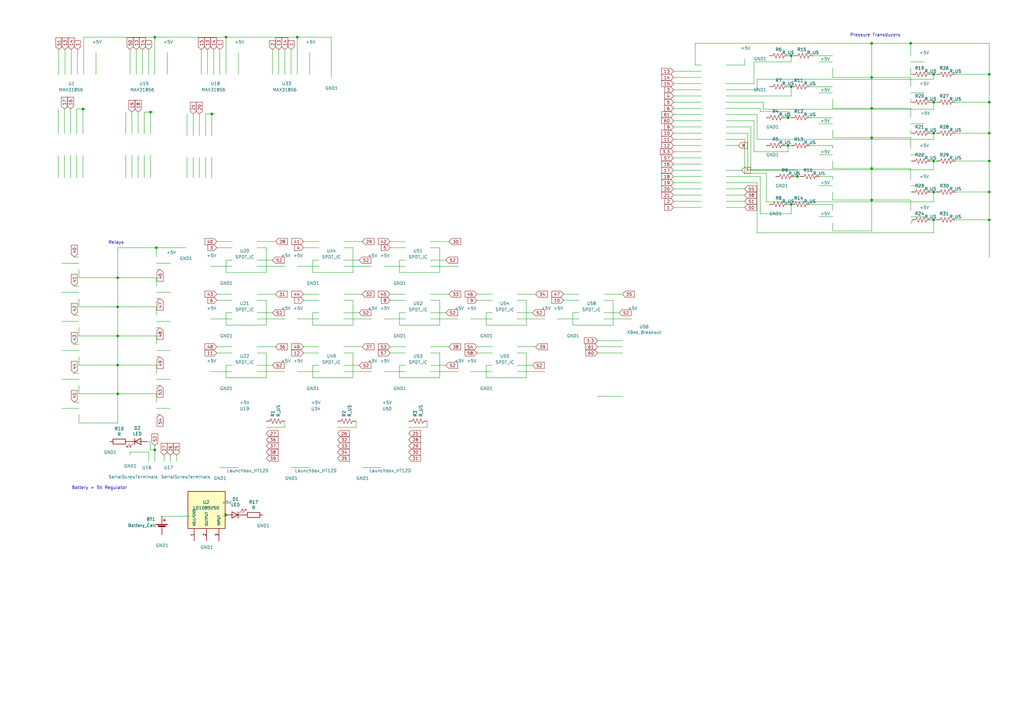
<source format=kicad_sch>
(kicad_sch (version 20211123) (generator eeschema)
  (paper "A3")
  (junction (at 63.5 15.24))
  (junction (at 357.505 69.088))
  (junction (at 92.71 15.24))
  (junction (at 324.485 35.56))
  (junction (at 323.215 59.69))
  (junction (at 48.26 149.733))
  (junction (at 382.905 78.74))
  (junction (at 92.583 211.201))
  (junction (at 357.505 56.515))
  (junction (at 405.765 41.91))
  (junction (at 48.26 137.795))
  (junction (at 405.765 30.48))
  (junction (at 382.905 90.17))
  (junction (at 86.868 46.736))
  (junction (at 405.765 66.04))
  (junction (at 64.135 101.6))
  (junction (at 48.26 161.544))
  (junction (at 323.215 48.26))
  (junction (at 357.505 17.78))
  (junction (at 324.485 83.82))
  (junction (at 357.505 82.042))
  (junction (at 121.92 15.24))
  (junction (at 382.905 66.04))
  (junction (at 324.485 22.86))
  (junction (at 373.507 17.78))
  (junction (at 34.036 44.704))
  (junction (at 405.765 78.74))
  (junction (at 327.025 72.39))
  (junction (at 405.765 54.61))
  (junction (at 382.905 41.91))
  (junction (at 382.905 54.61))
  (junction (at 63.5 184.531))
  (junction (at 48.26 125.857))
  (junction (at 61.722 45.974))
  (junction (at 405.765 90.17))
  (junction (at 357.505 31.75))
  (junction (at 357.505 44.45))
  (junction (at 382.905 30.48))
  (junction (at 48.26 113.919))
  (wire (pts (xy 341.503 63.5) (xy 335.915 63.5)))
  (wire (pts (xy 357.505 31.75) (xy 341.503 31.75)))
  (wire (pts (xy 53.34 185.42) (xy 60.96 185.42)))
  (wire (pts (xy 79.248 46.736) (xy 79.248 55.626)))
  (wire (pts (xy 61.722 54.864) (xy 61.722 45.974)))
  (wire (pts (xy 335.915 88.9) (xy 341.503 88.9)))
  (wire (pts (xy 69.85 155.575) (xy 64.135 155.575)))
  (wire (pts (xy 357.505 31.75) (xy 373.507 31.75)))
  (wire (pts (xy 251.46 123.19) (xy 251.46 133.35)))
  (wire (pts (xy 391.795 90.17) (xy 405.765 90.17)))
  (wire (pts (xy 212.09 144.78) (xy 215.9 144.78)))
  (wire (pts (xy 59.182 63.754) (xy 59.182 72.898)))
  (wire (pts (xy 130.81 128.27) (xy 128.27 128.27)))
  (wire (pts (xy 212.09 128.27) (xy 218.44 128.27)))
  (wire (pts (xy 382.905 90.17) (xy 382.905 95.504)))
  (wire (pts (xy 212.09 152.4) (xy 223.52 152.4)))
  (wire (pts (xy 255.27 120.65) (xy 247.65 120.65)))
  (wire (pts (xy 276.225 41.91) (xy 287.655 41.91)))
  (wire (pts (xy 53.34 185.42) (xy 53.34 186.69)))
  (wire (pts (xy 373.507 17.78) (xy 405.765 17.78)))
  (wire (pts (xy 391.795 66.04) (xy 405.765 66.04)))
  (wire (pts (xy 128.27 154.94) (xy 144.78 154.94)))
  (wire (pts (xy 201.93 149.86) (xy 199.39 149.86)))
  (wire (pts (xy 84.328 46.736) (xy 84.328 55.626)))
  (wire (pts (xy 405.765 90.17) (xy 405.765 105.41)))
  (wire (pts (xy 121.92 15.24) (xy 135.89 15.24)))
  (wire (pts (xy 231.14 120.65) (xy 237.49 120.65)))
  (wire (pts (xy 311.785 87.63) (xy 324.485 87.63)))
  (wire (pts (xy 212.09 123.19) (xy 215.9 123.19)))
  (wire (pts (xy 166.37 128.27) (xy 163.83 128.27)))
  (wire (pts (xy 76.708 72.898) (xy 76.708 64.516)))
  (wire (pts (xy 32.385 125.857) (xy 48.26 125.857)))
  (wire (pts (xy 124.46 123.19) (xy 130.81 123.19)))
  (wire (pts (xy 25.4 119.888) (xy 32.385 119.888)))
  (wire (pts (xy 92.71 154.94) (xy 109.22 154.94)))
  (wire (pts (xy 381.635 66.04) (xy 382.905 66.04)))
  (wire (pts (xy 92.71 111.76) (xy 109.22 111.76)))
  (wire (pts (xy 32.385 110.49) (xy 32.385 113.919)))
  (wire (pts (xy 140.97 130.81) (xy 152.4 130.81)))
  (wire (pts (xy 48.26 161.544) (xy 48.26 173.482)))
  (wire (pts (xy 76.708 55.626) (xy 76.708 46.736)))
  (wire (pts (xy 175.26 172.72) (xy 175.26 175.26)))
  (wire (pts (xy 32.385 141.224) (xy 30.48 141.224)))
  (wire (pts (xy 382.905 57.15) (xy 382.905 54.61)))
  (wire (pts (xy 305.435 57.15) (xy 297.815 57.15)))
  (wire (pts (xy 391.795 78.74) (xy 405.765 78.74)))
  (wire (pts (xy 119.38 20.32) (xy 119.38 30.48)))
  (wire (pts (xy 60.96 20.32) (xy 60.96 30.48)))
  (wire (pts (xy 305.435 85.09) (xy 297.815 85.09)))
  (wire (pts (xy 130.81 106.68) (xy 128.27 106.68)))
  (wire (pts (xy 23.876 54.864) (xy 23.876 44.704)))
  (wire (pts (xy 405.765 30.48) (xy 405.765 41.91)))
  (wire (pts (xy 341.503 48.26) (xy 332.105 48.26)))
  (wire (pts (xy 382.905 54.61) (xy 384.175 54.61)))
  (wire (pts (xy 105.41 101.6) (xy 109.22 101.6)))
  (wire (pts (xy 69.85 143.764) (xy 64.135 143.764)))
  (wire (pts (xy 391.795 30.48) (xy 405.765 30.48)))
  (wire (pts (xy 105.41 144.78) (xy 109.22 144.78)))
  (wire (pts (xy 219.71 120.65) (xy 212.09 120.65)))
  (wire (pts (xy 306.705 69.85) (xy 306.705 54.61)))
  (wire (pts (xy 140.97 101.6) (xy 144.78 101.6)))
  (wire (pts (xy 64.135 129.286) (xy 64.135 125.857)))
  (wire (pts (xy 128.27 111.76) (xy 144.78 111.76)))
  (wire (pts (xy 287.655 26.67) (xy 285.115 26.67)))
  (wire (pts (xy 64.135 101.6) (xy 76.2 101.6)))
  (wire (pts (xy 373.507 38.1) (xy 379.095 38.1)))
  (wire (pts (xy 193.04 152.4) (xy 201.93 152.4)))
  (wire (pts (xy 305.435 82.55) (xy 297.815 82.55)))
  (wire (pts (xy 255.27 144.78) (xy 245.11 144.78)))
  (wire (pts (xy 88.138 46.736) (xy 86.868 46.736)))
  (wire (pts (xy 28.956 44.704) (xy 28.956 54.864)))
  (wire (pts (xy 176.53 101.6) (xy 180.34 101.6)))
  (wire (pts (xy 64.135 158.115) (xy 65.659 158.115)))
  (wire (pts (xy 135.89 15.24) (xy 135.89 31.75)))
  (wire (pts (xy 92.71 15.24) (xy 121.92 15.24)))
  (wire (pts (xy 64.135 149.733) (xy 48.26 149.733)))
  (wire (pts (xy 144.78 123.19) (xy 144.78 133.35)))
  (wire (pts (xy 176.53 130.81) (xy 187.96 130.81)))
  (wire (pts (xy 327.025 72.39) (xy 327.025 69.85)))
  (wire (pts (xy 276.225 77.47) (xy 287.655 77.47)))
  (wire (pts (xy 176.53 123.19) (xy 180.34 123.19)))
  (wire (pts (xy 379.095 50.8) (xy 373.507 50.8)))
  (wire (pts (xy 88.9 123.19) (xy 95.25 123.19)))
  (wire (pts (xy 247.65 123.19) (xy 251.46 123.19)))
  (wire (pts (xy 109.22 101.6) (xy 109.22 111.76)))
  (wire (pts (xy 305.435 71.12) (xy 305.435 57.15)))
  (wire (pts (xy 140.97 123.19) (xy 144.78 123.19)))
  (wire (pts (xy 247.65 130.81) (xy 259.08 130.81)))
  (wire (pts (xy 166.37 149.86) (xy 163.83 149.86)))
  (wire (pts (xy 323.215 83.82) (xy 324.485 83.82)))
  (wire (pts (xy 64.135 161.544) (xy 48.26 161.544)))
  (wire (pts (xy 310.515 74.93) (xy 310.515 95.504)))
  (wire (pts (xy 310.515 57.15) (xy 310.515 46.99)))
  (wire (pts (xy 111.76 20.32) (xy 111.76 30.48)))
  (wire (pts (xy 323.215 45.72) (xy 311.785 45.72)))
  (wire (pts (xy 26.416 44.704) (xy 26.416 54.864)))
  (wire (pts (xy 341.503 59.69) (xy 341.503 60.96)))
  (wire (pts (xy 199.39 154.94) (xy 215.9 154.94)))
  (wire (pts (xy 327.025 69.85) (xy 306.705 69.85)))
  (wire (pts (xy 157.48 109.22) (xy 166.37 109.22)))
  (wire (pts (xy 116.84 172.72) (xy 116.84 175.26)))
  (wire (pts (xy 124.46 144.78) (xy 130.81 144.78)))
  (wire (pts (xy 382.905 78.74) (xy 382.905 82.804)))
  (wire (pts (xy 48.26 113.919) (xy 48.26 125.857)))
  (wire (pts (xy 310.515 57.15) (xy 382.905 57.15)))
  (wire (pts (xy 90.17 20.32) (xy 90.17 30.48)))
  (wire (pts (xy 166.37 106.68) (xy 163.83 106.68)))
  (wire (pts (xy 88.9 142.24) (xy 95.25 142.24)))
  (wire (pts (xy 199.39 149.86) (xy 199.39 154.94)))
  (wire (pts (xy 59.182 45.974) (xy 59.182 54.864)))
  (wire (pts (xy 276.225 85.09) (xy 287.655 85.09)))
  (wire (pts (xy 335.915 50.8) (xy 341.503 50.8)))
  (wire (pts (xy 105.41 109.22) (xy 116.84 109.22)))
  (wire (pts (xy 305.435 77.47) (xy 297.815 77.47)))
  (wire (pts (xy 310.515 32.512) (xy 310.515 36.83)))
  (wire (pts (xy 109.22 123.19) (xy 109.22 133.35)))
  (wire (pts (xy 64.135 167.513) (xy 69.85 167.513)))
  (wire (pts (xy 255.27 142.24) (xy 245.11 142.24)))
  (wire (pts (xy 86.868 55.626) (xy 86.868 46.736)))
  (wire (pts (xy 324.485 22.86) (xy 323.215 22.86)))
  (wire (pts (xy 310.515 32.512) (xy 382.905 32.512)))
  (wire (pts (xy 215.9 144.78) (xy 215.9 154.94)))
  (wire (pts (xy 313.055 41.91) (xy 313.055 44.831)))
  (wire (pts (xy 297.815 39.37) (xy 324.485 39.37)))
  (wire (pts (xy 61.595 184.531) (xy 63.5 184.531)))
  (wire (pts (xy 140.97 109.22) (xy 152.4 109.22)))
  (wire (pts (xy 176.53 152.4) (xy 187.96 152.4)))
  (wire (pts (xy 310.515 95.504) (xy 382.905 95.504)))
  (wire (pts (xy 121.92 130.81) (xy 130.81 130.81)))
  (wire (pts (xy 64.135 170.053) (xy 65.659 170.053)))
  (wire (pts (xy 121.92 30.48) (xy 121.92 15.24)))
  (wire (pts (xy 382.905 90.17) (xy 384.175 90.17)))
  (wire (pts (xy 85.09 20.32) (xy 85.09 30.48)))
  (wire (pts (xy 373.507 41.91) (xy 374.015 41.91)))
  (wire (pts (xy 382.905 41.91) (xy 382.905 44.831)))
  (wire (pts (xy 381.635 41.91) (xy 382.905 41.91)))
  (wire (pts (xy 58.42 20.32) (xy 58.42 30.48)))
  (wire (pts (xy 357.505 44.45) (xy 357.505 56.515)))
  (wire (pts (xy 231.14 123.19) (xy 237.49 123.19)))
  (wire (pts (xy 276.225 36.83) (xy 287.655 36.83)))
  (wire (pts (xy 25.4 143.764) (xy 32.385 143.764)))
  (wire (pts (xy 64.135 153.035) (xy 64.135 149.733)))
  (wire (pts (xy 95.25 128.27) (xy 92.71 128.27)))
  (wire (pts (xy 304.165 69.85) (xy 297.815 69.85)))
  (wire (pts (xy 332.105 83.82) (xy 341.503 83.82)))
  (wire (pts (xy 287.655 62.23) (xy 276.225 62.23)))
  (wire (pts (xy 25.4 167.513) (xy 32.385 167.513)))
  (wire (pts (xy 130.81 149.86) (xy 128.27 149.86)))
  (wire (pts (xy 321.945 48.26) (xy 323.215 48.26)))
  (wire (pts (xy 124.46 99.06) (xy 130.81 99.06)))
  (wire (pts (xy 311.785 45.72) (xy 311.785 44.45)))
  (wire (pts (xy 287.655 54.61) (xy 276.225 54.61)))
  (wire (pts (xy 64.135 137.795) (xy 48.26 137.795)))
  (wire (pts (xy 405.765 78.74) (xy 405.765 90.17)))
  (wire (pts (xy 234.95 128.27) (xy 234.95 133.35)))
  (wire (pts (xy 276.225 46.99) (xy 287.655 46.99)))
  (wire (pts (xy 105.41 106.68) (xy 111.76 106.68)))
  (wire (pts (xy 341.503 94.742) (xy 341.503 91.44)))
  (wire (pts (xy 199.39 133.35) (xy 215.9 133.35)))
  (wire (pts (xy 341.503 94.742) (xy 357.505 94.742)))
  (wire (pts (xy 324.485 59.69) (xy 323.215 59.69)))
  (wire (pts (xy 146.05 172.72) (xy 146.05 175.26)))
  (wire (pts (xy 180.34 101.6) (xy 180.34 111.76)))
  (wire (pts (xy 61.595 181.102) (xy 61.595 184.531)))
  (wire (pts (xy 341.503 69.088) (xy 341.503 66.04)))
  (wire (pts (xy 113.03 142.24) (xy 105.41 142.24)))
  (wire (pts (xy 81.788 72.898) (xy 81.788 64.516)))
  (wire (pts (xy 381.635 90.17) (xy 382.905 90.17)))
  (wire (pts (xy 64.135 117.348) (xy 64.135 113.919)))
  (wire (pts (xy 245.11 162.56) (xy 255.27 162.56)))
  (wire (pts (xy 105.41 123.19) (xy 109.22 123.19)))
  (wire (pts (xy 64.135 125.857) (xy 48.26 125.857)))
  (wire (pts (xy 373.507 54.61) (xy 374.015 54.61)))
  (wire (pts (xy 323.215 48.26) (xy 323.215 45.72)))
  (wire (pts (xy 374.015 90.17) (xy 374.015 91.44)))
  (wire (pts (xy 86.36 109.22) (xy 95.25 109.22)))
  (wire (pts (xy 23.876 63.754) (xy 23.876 72.898)))
  (wire (pts (xy 310.515 36.83) (xy 297.815 36.83)))
  (wire (pts (xy 373.507 22.86) (xy 373.507 17.78)))
  (wire (pts (xy 324.485 35.56) (xy 324.485 39.37)))
  (wire (pts (xy 323.215 59.69) (xy 321.945 59.69)))
  (wire (pts (xy 357.505 56.515) (xy 373.507 56.515)))
  (wire (pts (xy 373.507 44.45) (xy 373.507 48.26)))
  (wire (pts (xy 32.385 161.544) (xy 48.26 161.544)))
  (wire (pts (xy 382.905 66.04) (xy 384.175 66.04)))
  (wire (pts (xy 215.9 123.19) (xy 215.9 133.35)))
  (wire (pts (xy 324.485 87.63) (xy 324.485 83.82)))
  (wire (pts (xy 195.58 144.78) (xy 201.93 144.78)))
  (wire (pts (xy 276.225 64.77) (xy 287.655 64.77)))
  (wire (pts (xy 324.485 35.56) (xy 323.215 35.56)))
  (wire (pts (xy 31.75 20.32) (xy 31.75 30.48)))
  (wire (pts (xy 405.765 17.78) (xy 405.765 30.48)))
  (wire (pts (xy 63.5 15.24) (xy 92.71 15.24)))
  (wire (pts (xy 128.27 106.68) (xy 128.27 111.76)))
  (wire (pts (xy 276.225 29.21) (xy 287.655 29.21)))
  (wire (pts (xy 309.245 49.53) (xy 297.815 49.53)))
  (wire (pts (xy 314.325 82.804) (xy 382.905 82.804)))
  (wire (pts (xy 32.385 105.41) (xy 30.48 105.41)))
  (wire (pts (xy 63.5 15.24) (xy 34.29 15.24)))
  (wire (pts (xy 124.46 120.65) (xy 130.81 120.65)))
  (wire (pts (xy 65.659 146.304) (xy 64.135 146.304)))
  (wire (pts (xy 56.642 72.898) (xy 56.642 63.754)))
  (wire (pts (xy 25.4 131.826) (xy 32.385 131.826)))
  (wire (pts (xy 341.503 72.39) (xy 341.503 73.66)))
  (wire (pts (xy 157.48 152.4) (xy 166.37 152.4)))
  (wire (pts (xy 323.215 62.23) (xy 323.215 59.69)))
  (wire (pts (xy 287.655 59.69) (xy 276.225 59.69)))
  (wire (pts (xy 64.135 110.49) (xy 65.659 110.49)))
  (wire (pts (xy 69.85 186.69) (xy 69.85 189.23)))
  (wire (pts (xy 26.416 63.754) (xy 26.416 72.898)))
  (wire (pts (xy 32.385 173.482) (xy 48.26 173.482)))
  (wire (pts (xy 95.25 106.68) (xy 92.71 106.68)))
  (wire (pts (xy 92.71 128.27) (xy 92.71 133.35)))
  (wire (pts (xy 72.39 186.69) (xy 72.39 189.23)))
  (wire (pts (xy 124.46 142.24) (xy 130.81 142.24)))
  (wire (pts (xy 379.095 76.2) (xy 373.507 76.2)))
  (wire (pts (xy 109.22 144.78) (xy 109.22 154.94)))
  (wire (pts (xy 163.83 128.27) (xy 163.83 133.35)))
  (wire (pts (xy 160.02 144.78) (xy 166.37 144.78)))
  (wire (pts (xy 309.245 62.23) (xy 323.215 62.23)))
  (wire (pts (xy 332.105 35.56) (xy 341.503 35.56)))
  (wire (pts (xy 97.79 21.59) (xy 97.79 30.48)))
  (wire (pts (xy 148.59 120.65) (xy 140.97 120.65)))
  (wire (pts (xy 88.9 120.65) (xy 95.25 120.65)))
  (wire (pts (xy 140.97 149.86) (xy 147.32 149.86)))
  (wire (pts (xy 381.635 30.48) (xy 382.905 30.48)))
  (wire (pts (xy 140.97 128.27) (xy 147.32 128.27)))
  (wire (pts (xy 60.96 185.42) (xy 60.96 189.23)))
  (wire (pts (xy 373.507 88.9) (xy 379.095 88.9)))
  (wire (pts (xy 64.135 164.973) (xy 64.135 161.544)))
  (wire (pts (xy 357.505 69.088) (xy 357.505 82.042)))
  (wire (pts (xy 32.385 158.115) (xy 32.385 161.544)))
  (wire (pts (xy 86.868 46.736) (xy 84.328 46.736)))
  (wire (pts (xy 176.53 149.86) (xy 182.88 149.86)))
  (wire (pts (xy 341.503 82.042) (xy 357.505 82.042)))
  (wire (pts (xy 391.795 41.91) (xy 405.765 41.91)))
  (wire (pts (xy 34.29 15.24) (xy 34.29 30.48)))
  (wire (pts (xy 327.025 72.39) (xy 328.295 72.39)))
  (wire (pts (xy 212.09 149.86) (xy 218.44 149.86)))
  (wire (pts (xy 64.135 119.888) (xy 69.85 119.888)))
  (wire (pts (xy 335.915 25.4) (xy 341.503 25.4)))
  (wire (pts (xy 309.245 49.53) (xy 309.245 62.23)))
  (wire (pts (xy 62.992 45.974) (xy 61.722 45.974)))
  (wire (pts (xy 84.328 64.516) (xy 84.328 72.898)))
  (wire (pts (xy 95.25 149.86) (xy 92.71 149.86)))
  (wire (pts (xy 311.785 72.39) (xy 297.815 72.39)))
  (wire (pts (xy 63.5 184.531) (xy 63.5 189.23)))
  (wire (pts (xy 105.41 149.86) (xy 111.76 149.86)))
  (wire (pts (xy 357.505 82.042) (xy 373.507 82.042)))
  (wire (pts (xy 382.905 78.74) (xy 384.175 78.74)))
  (wire (pts (xy 160.02 142.24) (xy 166.37 142.24)))
  (wire (pts (xy 163.83 111.76) (xy 180.34 111.76)))
  (wire (pts (xy 92.71 149.86) (xy 92.71 154.94)))
  (wire (pts (xy 307.975 52.07) (xy 307.975 69.596)))
  (wire (pts (xy 381.635 54.61) (xy 382.905 54.61)))
  (wire (pts (xy 32.385 129.286) (xy 30.48 129.286)))
  (wire (pts (xy 32.385 153.035) (xy 30.48 153.035)))
  (wire (pts (xy 176.53 144.78) (xy 180.34 144.78)))
  (wire (pts (xy 29.21 20.32) (xy 29.21 30.48)))
  (wire (pts (xy 128.27 149.86) (xy 128.27 154.94)))
  (wire (pts (xy 193.04 130.81) (xy 201.93 130.81)))
  (wire (pts (xy 184.15 99.06) (xy 176.53 99.06)))
  (wire (pts (xy 32.385 113.919) (xy 48.26 113.919)))
  (wire (pts (xy 357.505 56.515) (xy 357.505 69.088)))
  (wire (pts (xy 382.905 66.04) (xy 382.905 69.596)))
  (wire (pts (xy 374.015 91.44) (xy 373.507 91.44)))
  (wire (pts (xy 163.83 154.94) (xy 180.34 154.94)))
  (wire (pts (xy 255.27 139.7) (xy 245.11 139.7)))
  (wire (pts (xy 86.868 64.516) (xy 86.868 72.898)))
  (wire (pts (xy 405.765 66.04) (xy 405.765 78.74)))
  (wire (pts (xy 121.92 109.22) (xy 130.81 109.22)))
  (wire (pts (xy 69.85 131.826) (xy 64.135 131.826)))
  (wire (pts (xy 32.385 134.366) (xy 32.385 137.795)))
  (wire (pts (xy 32.385 137.795) (xy 48.26 137.795)))
  (wire (pts (xy 34.036 54.864) (xy 34.036 44.704)))
  (wire (pts (xy 113.03 99.06) (xy 105.41 99.06)))
  (wire (pts (xy 324.485 25.4) (xy 309.245 25.4)))
  (wire (pts (xy 55.88 20.32) (xy 55.88 30.48)))
  (wire (pts (xy 32.385 146.304) (xy 32.385 149.733)))
  (wire (pts (xy 276.225 72.39) (xy 287.655 72.39)))
  (wire (pts (xy 405.765 54.61) (xy 405.765 66.04)))
  (wire (pts (xy 373.507 82.042) (xy 373.507 86.36)))
  (wire (pts (xy 184.15 142.24) (xy 176.53 142.24)))
  (wire (pts (xy 128.27 133.35) (xy 144.78 133.35)))
  (wire (pts (xy 48.26 101.6) (xy 48.26 113.919)))
  (wire (pts (xy 127 191.77) (xy 119.38 191.77)))
  (wire (pts (xy 24.13 20.32) (xy 24.13 30.48)))
  (wire (pts (xy 116.84 20.32) (xy 116.84 30.48)))
  (wire (pts (xy 140.97 106.68) (xy 147.32 106.68)))
  (wire (pts (xy 146.05 175.26) (xy 138.43 175.26)))
  (wire (pts (xy 64.135 107.95) (xy 69.85 107.95)))
  (wire (pts (xy 79.248 64.516) (xy 79.248 72.898)))
  (wire (pts (xy 195.58 142.24) (xy 201.93 142.24)))
  (wire (pts (xy 140.97 144.78) (xy 144.78 144.78)))
  (wire (pts (xy 31.496 63.754) (xy 31.496 72.898)))
  (wire (pts (xy 163.83 106.68) (xy 163.83 111.76)))
  (wire (pts (xy 54.102 45.974) (xy 54.102 54.864)))
  (wire (pts (xy 357.505 17.78) (xy 357.505 31.75)))
  (wire (pts (xy 307.975 52.07) (xy 297.815 52.07)))
  (wire (pts (xy 325.755 72.39) (xy 327.025 72.39)))
  (wire (pts (xy 68.58 21.59) (xy 68.58 30.48)))
  (wire (pts (xy 48.26 101.6) (xy 64.135 101.6)))
  (wire (pts (xy 305.435 26.67) (xy 305.435 24.13)))
  (wire (pts (xy 176.53 128.27) (xy 182.88 128.27)))
  (wire (pts (xy 148.59 99.06) (xy 140.97 99.06)))
  (wire (pts (xy 341.503 44.45) (xy 341.503 40.64)))
  (wire (pts (xy 66.421 211.709) (xy 77.851 211.709)))
  (wire (pts (xy 382.905 41.91) (xy 384.175 41.91)))
  (wire (pts (xy 63.5 182.753) (xy 63.5 184.531)))
  (wire (pts (xy 54.102 63.754) (xy 54.102 72.898)))
  (wire (pts (xy 341.503 83.82) (xy 341.503 86.36)))
  (wire (pts (xy 175.26 175.26) (xy 167.64 175.26)))
  (wire (pts (xy 121.92 152.4) (xy 130.81 152.4)))
  (wire (pts (xy 373.507 73.66) (xy 373.507 69.088)))
  (wire (pts (xy 310.515 46.99) (xy 297.815 46.99)))
  (wire (pts (xy 341.503 56.515) (xy 357.505 56.515)))
  (wire (pts (xy 88.9 99.06) (xy 95.25 99.06)))
  (wire (pts (xy 405.765 41.91) (xy 405.765 54.61)))
  (wire (pts (xy 311.785 44.45) (xy 297.815 44.45)))
  (wire (pts (xy 67.31 186.69) (xy 67.31 189.23)))
  (wire (pts (xy 56.642 45.974) (xy 56.642 54.864)))
  (wire (pts (xy 32.385 149.733) (xy 48.26 149.733)))
  (wire (pts (xy 113.03 120.65) (xy 105.41 120.65)))
  (wire (pts (xy 160.02 123.19) (xy 166.37 123.19)))
  (wire (pts (xy 61.722 63.754) (xy 61.722 72.898)))
  (wire (pts (xy 309.245 25.4) (xy 309.245 34.29)))
  (wire (pts (xy 357.505 82.042) (xy 357.505 94.742)))
  (wire (pts (xy 116.84 175.26) (xy 109.22 175.26)))
  (wire (pts (xy 63.5 30.48) (xy 63.5 15.24)))
  (wire (pts (xy 309.245 34.29) (xy 297.815 34.29)))
  (wire (pts (xy 285.115 26.67) (xy 285.115 17.78)))
  (wire (pts (xy 276.225 80.01) (xy 287.655 80.01)))
  (wire (pts (xy 64.135 122.428) (xy 65.659 122.428)))
  (wire (pts (xy 357.505 31.75) (xy 357.505 44.45)))
  (wire (pts (xy 297.815 26.67) (xy 305.435 26.67)))
  (wire (pts (xy 39.37 21.59) (xy 39.37 30.48)))
  (wire (pts (xy 64.135 113.919) (xy 48.26 113.919)))
  (wire (pts (xy 310.515 74.93) (xy 297.815 74.93)))
  (wire (pts (xy 92.71 30.48) (xy 92.71 15.24)))
  (wire (pts (xy 373.507 66.04) (xy 374.015 66.04)))
  (wire (pts (xy 160.02 120.65) (xy 166.37 120.65)))
  (wire (pts (xy 156.21 191.77) (xy 148.59 191.77)))
  (wire (pts (xy 97.79 191.77) (xy 90.17 191.77)))
  (wire (pts (xy 32.385 117.348) (xy 30.48 117.348)))
  (wire (pts (xy 51.562 54.864) (xy 51.562 45.974)))
  (wire (pts (xy 287.655 69.85) (xy 276.225 69.85)))
  (wire (pts (xy 324.485 22.86) (xy 324.485 25.4)))
  (wire (pts (xy 285.115 17.78) (xy 357.505 17.78)))
  (wire (pts (xy 25.4 155.575) (xy 32.385 155.575)))
  (wire (pts (xy 341.503 56.515) (xy 341.503 53.34)))
  (wire (pts (xy 373.507 31.75) (xy 373.507 35.56)))
  (wire (pts (xy 184.15 120.65) (xy 176.53 120.65)))
  (wire (pts (xy 201.93 128.27) (xy 199.39 128.27)))
  (wire (pts (xy 305.435 71.12) (xy 314.325 71.12)))
  (wire (pts (xy 34.036 72.898) (xy 34.036 63.754)))
  (wire (pts (xy 176.53 109.22) (xy 187.96 109.22)))
  (wire (pts (xy 373.507 40.64) (xy 373.507 41.91)))
  (wire (pts (xy 373.507 56.515) (xy 373.507 60.96)))
  (wire (pts (xy 306.705 54.61) (xy 297.815 54.61)))
  (wire (pts (xy 382.905 32.512) (xy 382.905 30.48)))
  (wire (pts (xy 247.65 128.27) (xy 254 128.27)))
  (wire (pts (xy 86.36 152.4) (xy 95.25 152.4)))
  (wire (pts (xy 276.225 34.29) (xy 287.655 34.29)))
  (wire (pts (xy 341.503 22.86) (xy 333.375 22.86)))
  (wire (pts (xy 34.036 44.704) (xy 31.496 44.704)))
  (wire (pts (xy 325.755 22.86) (xy 324.485 22.86)))
  (wire (pts (xy 305.435 80.01) (xy 297.815 80.01)))
  (wire (pts (xy 228.6 130.81) (xy 237.49 130.81)))
  (wire (pts (xy 276.225 82.55) (xy 287.655 82.55)))
  (wire (pts (xy 127 21.59) (xy 127 30.48)))
  (wire (pts (xy 323.215 48.26) (xy 324.485 48.26)))
  (wire (pts (xy 64.135 105.41) (xy 64.135 101.6)))
  (wire (pts (xy 332.105 59.69) (xy 341.503 59.69)))
  (wire (pts (xy 140.97 152.4) (xy 152.4 152.4)))
  (wire (pts (xy 382.905 30.48) (xy 384.175 30.48)))
  (wire (pts (xy 61.722 45.974) (xy 59.182 45.974)))
  (wire (pts (xy 379.095 63.5) (xy 373.507 63.5)))
  (wire (pts (xy 65.659 134.366) (xy 64.135 134.366)))
  (wire (pts (xy 381.635 78.74) (xy 382.905 78.74)))
  (wire (pts (xy 195.58 120.65) (xy 201.93 120.65)))
  (wire (pts (xy 32.385 164.973) (xy 30.48 164.973)))
  (wire (pts (xy 88.9 144.78) (xy 95.25 144.78)))
  (wire (pts (xy 212.09 130.81) (xy 223.52 130.81)))
  (wire (pts (xy 92.583 211.709) (xy 92.583 211.201)))
  (wire (pts (xy 86.36 130.81) (xy 95.25 130.81)))
  (wire (pts (xy 373.507 27.94) (xy 373.507 30.48)))
  (wire (pts (xy 88.9 101.6) (xy 95.25 101.6)))
  (wire (pts (xy 144.78 101.6) (xy 144.78 111.76)))
  (wire (pts (xy 357.505 44.45) (xy 373.507 44.45)))
  (wire (pts (xy 357.505 44.45) (xy 341.503 44.45)))
  (wire (pts (xy 199.39 128.27) (xy 199.39 133.35)))
  (wire (pts (xy 32.385 170.053) (xy 32.385 173.482)))
  (wire (pts (xy 92.71 106.68) (xy 92.71 111.76)))
  (wire (pts (xy 287.655 39.37) (xy 276.225 39.37)))
  (wire (pts (xy 287.655 44.45) (xy 276.225 44.45)))
  (wire (pts (xy 357.505 17.78) (xy 373.507 17.78)))
  (wire (pts (xy 373.507 30.48) (xy 374.015 30.48)))
  (wire (pts (xy 82.55 20.32) (xy 82.55 30.48)))
  (wire (pts (xy 48.26 137.795) (xy 48.26 149.733)))
  (wire (pts (xy 25.4 107.95) (xy 32.385 107.95)))
  (wire (pts (xy 128.27 128.27) (xy 128.27 133.35)))
  (wire (pts (xy 148.59 142.24) (xy 140.97 142.24)))
  (wire (pts (xy 163.83 149.86) (xy 163.83 154.94)))
  (wire (pts (xy 313.055 41.91) (xy 297.815 41.91)))
  (wire (pts (xy 124.46 101.6) (xy 130.81 101.6)))
  (wire (pts (xy 335.915 38.1) (xy 341.503 38.1)))
  (wire (pts (xy 114.3 20.32) (xy 114.3 30.48)))
  (wire (pts (xy 31.496 44.704) (xy 31.496 54.864)))
  (wire (pts (xy 314.325 71.12) (xy 314.325 82.804)))
  (wire (pts (xy 32.385 122.428) (xy 32.385 125.857)))
  (wire (pts (xy 26.67 20.32) (xy 26.67 30.48)))
  (wire (pts (xy 237.49 128.27) (xy 234.95 128.27)))
  (wire (pts (xy 287.655 67.31) (xy 276.225 67.31)))
  (wire (pts (xy 219.71 142.24) (xy 212.09 142.24)))
  (wire (pts (xy 195.58 123.19) (xy 201.93 123.19)))
  (wire (pts (xy 276.225 57.15) (xy 287.655 57.15)))
  (wire (pts (xy 341.503 69.088) (xy 357.505 69.088)))
  (wire (pts (xy 276.225 52.07) (xy 287.655 52.07)))
  (wire (pts (xy 92.71 133.35) (xy 109.22 133.35)))
  (wire (pts (xy 373.507 78.74) (xy 374.015 78.74)))
  (wire (pts (xy 28.956 72.898) (xy 28.956 63.754)))
  (wire (pts (xy 64.135 141.224) (xy 64.135 137.795)))
  (wire (pts (xy 373.507 25.4) (xy 379.095 25.4)))
  (wire (pts (xy 163.83 133.35) (xy 180.34 133.35)))
  (wire (pts (xy 234.95 133.35) (xy 251.46 133.35)))
  (wire (pts (xy 53.34 20.32) (xy 53.34 30.48)))
  (wire (pts (xy 157.48 130.81) (xy 166.37 130.81)))
  (wire (pts (xy 176.53 106.68) (xy 182.88 106.68)))
  (wire (pts (xy 341.503 31.75) (xy 341.503 27.94)))
  (wire (pts (xy 391.795 54.61) (xy 405.765 54.61)))
  (wire (pts (xy 81.788 46.736) (xy 81.788 55.626)))
  (wire (pts (xy 335.915 72.39) (xy 341.503 72.39)))
  (wire (pts (xy 35.306 44.704) (xy 34.036 44.704)))
  (wire (pts (xy 48.26 149.733) (xy 48.26 161.544)))
  (wire (pts (xy 160.02 99.06) (xy 166.37 99.06)))
  (wire (pts (xy 276.225 74.93) (xy 287.655 74.93)))
  (wire (pts (xy 60.325 181.102) (xy 61.595 181.102)))
  (wire (pts (xy 105.41 152.4) (xy 116.84 152.4)))
  (wire (pts (xy 160.02 101.6) (xy 166.37 101.6)))
  (wire (pts (xy 373.507 53.34) (xy 373.507 54.61)))
  (wire (pts (xy 335.915 76.2) (xy 341.503 76.2)))
  (wire (pts (xy 51.562 72.898) (xy 51.562 63.754)))
  (wire (pts (xy 105.41 128.27) (xy 111.76 128.27)))
  (wire (pts (xy 92.583 211.201) (xy 92.583 210.439)))
  (wire (pts (xy 302.895 59.69) (xy 297.815 59.69)))
  (wire (pts (xy 382.905 69.596) (xy 307.975 69.596)))
  (wire (pts (xy 313.055 44.831) (xy 382.905 44.831)))
  (wire (pts (xy 180.34 144.78) (xy 180.34 154.94)))
  (wire (pts (xy 144.78 144.78) (xy 144.78 154.94)))
  (wire (pts (xy 276.225 31.75) (xy 287.655 31.75)))
  (wire (pts (xy 357.505 69.088) (xy 373.507 69.088)))
  (wire (pts (xy 48.26 125.857) (xy 48.26 137.795)))
  (wire (pts (xy 180.34 123.19) (xy 180.34 133.35)))
  (wire (pts (xy 87.63 20.32) (xy 87.63 30.48)))
  (wire (pts (xy 91.313 211.709) (xy 92.583 211.709)))
  (wire (pts (xy 105.41 130.81) (xy 116.84 130.81)))
  (wire (pts (xy 311.785 72.39) (xy 311.785 87.63)))
  (wire (pts (xy 287.655 49.53) (xy 276.225 49.53)))
  (wire (pts (xy 341.503 82.042) (xy 341.503 78.74)))
  (text "Relays" (at 44.45 100.33 0) (effects (font (size 1.27 1.27)) (justify left bottom)))
  (text "Battery + 5V Regulator" (at 29.337 200.914 0) (effects (font (size 1.27 1.27)) (justify left bottom)))
  (text "Pressure Transducers" (at 348.615 15.24 0) (effects (font (size 1.27 1.27)) (justify left bottom)))
  (global_label "32" (shape input) (at 148.59 120.65 0) (property "Intersheet References" "${INTERSHEET_REFS}" (effects hide)))
  (global_label "20" (shape input) (at 276.225 77.47 180) (property "Intersheet References" "${INTERSHEET_REFS}" (effects hide)))
  (global_label "31" (shape input) (at 113.03 120.65 0) (property "Intersheet References" "${INTERSHEET_REFS}" (effects hide)))
  (global_label "36" (shape input) (at 113.03 142.24 0) (property "Intersheet References" "${INTERSHEET_REFS}" (effects hide)))
  (global_label "52" (shape input) (at 111.76 149.86 0) (property "Intersheet References" "${INTERSHEET_REFS}" (effects hide)))
  (global_label "34" (shape input) (at 138.43 185.42 0) (property "Intersheet References" "${INTERSHEET_REFS}" (effects hide)))
  (global_label "44" (shape input) (at 30.48 153.035 90) (property "Intersheet References" "${INTERSHEET_REFS}" (effects hide)))
  (global_label "18" (shape input) (at 276.225 72.39 180) (property "Intersheet References" "${INTERSHEET_REFS}" (effects hide)))
  (global_label "27" (shape input) (at 109.22 177.8 0) (property "Intersheet References" "${INTERSHEET_REFS}" (effects hide)))
  (global_label "17" (shape input) (at 276.225 69.85 180) (property "Intersheet References" "${INTERSHEET_REFS}" (effects hide)))
  (global_label "46" (shape input) (at 65.659 110.49 270) (property "Intersheet References" "${INTERSHEET_REFS}" (effects hide)))
  (global_label "14" (shape input) (at 58.42 20.32 90) (property "Intersheet References" "${INTERSHEET_REFS}" (effects hide)))
  (global_label "9" (shape input) (at 195.58 123.19 180) (property "Intersheet References" "${INTERSHEET_REFS}" (effects hide)))
  (global_label "31" (shape input) (at 167.64 187.96 0) (property "Intersheet References" "${INTERSHEET_REFS}" (effects hide)))
  (global_label "6" (shape input) (at 276.225 44.45 180) (property "Intersheet References" "${INTERSHEET_REFS}" (effects hide)))
  (global_label "41" (shape input) (at 124.46 99.06 180) (property "Intersheet References" "${INTERSHEET_REFS}" (effects hide)))
  (global_label "57" (shape input) (at 160.02 144.78 180) (property "Intersheet References" "${INTERSHEET_REFS}" (effects hide)))
  (global_label "13" (shape input) (at 276.225 29.21 180) (property "Intersheet References" "${INTERSHEET_REFS}" (effects hide)))
  (global_label "55" (shape input) (at 305.435 77.47 0) (property "Intersheet References" "${INTERSHEET_REFS}" (effects hide)))
  (global_label "61" (shape input) (at 276.225 46.99 180) (property "Intersheet References" "${INTERSHEET_REFS}" (effects hide)))
  (global_label "38" (shape input) (at 184.15 142.24 0) (property "Intersheet References" "${INTERSHEET_REFS}" (effects hide)))
  (global_label "53" (shape input) (at 160.02 142.24 180) (property "Intersheet References" "${INTERSHEET_REFS}" (effects hide)))
  (global_label "57" (shape input) (at 276.225 64.77 180) (property "Intersheet References" "${INTERSHEET_REFS}" (effects hide)))
  (global_label "14" (shape input) (at 29.21 20.32 90) (property "Intersheet References" "${INTERSHEET_REFS}" (effects hide)))
  (global_label "40" (shape input) (at 30.48 105.41 90) (property "Intersheet References" "${INTERSHEET_REFS}" (effects hide)))
  (global_label "52" (shape input) (at 218.44 149.86 0) (property "Intersheet References" "${INTERSHEET_REFS}" (effects hide)))
  (global_label "18" (shape input) (at 56.642 45.974 90) (property "Intersheet References" "${INTERSHEET_REFS}" (effects hide)))
  (global_label "12" (shape input) (at 124.46 144.78 180) (property "Intersheet References" "${INTERSHEET_REFS}" (effects hide)))
  (global_label "35" (shape input) (at 255.27 120.65 0) (property "Intersheet References" "${INTERSHEET_REFS}" (effects hide)))
  (global_label "52" (shape input) (at 147.32 149.86 0) (property "Intersheet References" "${INTERSHEET_REFS}" (effects hide)))
  (global_label "17" (shape input) (at 26.416 44.704 90) (property "Intersheet References" "${INTERSHEET_REFS}" (effects hide)))
  (global_label "26" (shape input) (at 138.43 177.8 0) (property "Intersheet References" "${INTERSHEET_REFS}" (effects hide)))
  (global_label "20" (shape input) (at 81.788 46.736 90) (property "Intersheet References" "${INTERSHEET_REFS}" (effects hide)))
  (global_label "33" (shape input) (at 138.43 182.88 0) (property "Intersheet References" "${INTERSHEET_REFS}" (effects hide)))
  (global_label "45" (shape input) (at 30.48 164.973 90) (property "Intersheet References" "${INTERSHEET_REFS}" (effects hide)))
  (global_label "61" (shape input) (at 245.11 142.24 180) (property "Intersheet References" "${INTERSHEET_REFS}" (effects hide)))
  (global_label "15" (shape input) (at 82.55 20.32 90) (property "Intersheet References" "${INTERSHEET_REFS}" (effects hide)))
  (global_label "52" (shape input) (at 111.76 128.27 0) (property "Intersheet References" "${INTERSHEET_REFS}" (effects hide)))
  (global_label "52" (shape input) (at 254 128.27 0) (property "Intersheet References" "${INTERSHEET_REFS}" (effects hide)))
  (global_label "28" (shape input) (at 167.64 180.34 0) (property "Intersheet References" "${INTERSHEET_REFS}" (effects hide)))
  (global_label "25" (shape input) (at 72.39 186.69 90) (property "Intersheet References" "${INTERSHEET_REFS}" (effects hide)))
  (global_label "47" (shape input) (at 65.659 122.428 270) (property "Intersheet References" "${INTERSHEET_REFS}" (effects hide)))
  (global_label "49" (shape input) (at 124.46 142.24 180) (property "Intersheet References" "${INTERSHEET_REFS}" (effects hide)))
  (global_label "42" (shape input) (at 30.48 129.286 90) (property "Intersheet References" "${INTERSHEET_REFS}" (effects hide)))
  (global_label "13" (shape input) (at 85.09 20.32 90) (property "Intersheet References" "${INTERSHEET_REFS}" (effects hide)))
  (global_label "29" (shape input) (at 148.59 99.06 0) (property "Intersheet References" "${INTERSHEET_REFS}" (effects hide)))
  (global_label "52" (shape input) (at 218.44 128.27 0) (property "Intersheet References" "${INTERSHEET_REFS}" (effects hide)))
  (global_label "29" (shape input) (at 167.64 182.88 0) (property "Intersheet References" "${INTERSHEET_REFS}" (effects hide)))
  (global_label "5" (shape input) (at 160.02 101.6 180) (property "Intersheet References" "${INTERSHEET_REFS}" (effects hide)))
  (global_label "2" (shape input) (at 111.76 20.32 90) (property "Intersheet References" "${INTERSHEET_REFS}" (effects hide)))
  (global_label "15" (shape input) (at 276.225 34.29 180) (property "Intersheet References" "${INTERSHEET_REFS}" (effects hide)))
  (global_label "53" (shape input) (at 65.659 158.115 270) (property "Intersheet References" "${INTERSHEET_REFS}" (effects hide)))
  (global_label "33" (shape input) (at 184.15 120.65 0) (property "Intersheet References" "${INTERSHEET_REFS}" (effects hide)))
  (global_label "39" (shape input) (at 219.71 142.24 0) (property "Intersheet References" "${INTERSHEET_REFS}" (effects hide)))
  (global_label "14" (shape input) (at 116.84 20.32 90) (property "Intersheet References" "${INTERSHEET_REFS}" (effects hide)))
  (global_label "60" (shape input) (at 245.11 144.78 180) (property "Intersheet References" "${INTERSHEET_REFS}" (effects hide)))
  (global_label "21" (shape input) (at 79.248 46.736 90) (property "Intersheet References" "${INTERSHEET_REFS}" (effects hide)))
  (global_label "50" (shape input) (at 305.435 85.09 0) (property "Intersheet References" "${INTERSHEET_REFS}" (effects hide)))
  (global_label "49" (shape input) (at 65.659 146.304 270) (property "Intersheet References" "${INTERSHEET_REFS}" (effects hide)))
  (global_label "11" (shape input) (at 88.9 144.78 180) (property "Intersheet References" "${INTERSHEET_REFS}" (effects hide)))
  (global_label "42" (shape input) (at 160.02 99.06 180) (property "Intersheet References" "${INTERSHEET_REFS}" (effects hide)))
  (global_label "54" (shape input) (at 195.58 142.24 180) (property "Intersheet References" "${INTERSHEET_REFS}" (effects hide)))
  (global_label "6" (shape input) (at 88.9 123.19 180) (property "Intersheet References" "${INTERSHEET_REFS}" (effects hide)))
  (global_label "13" (shape input) (at 114.3 20.32 90) (property "Intersheet References" "${INTERSHEET_REFS}" (effects hide)))
  (global_label "45" (shape input) (at 160.02 120.65 180) (property "Intersheet References" "${INTERSHEET_REFS}" (effects hide)))
  (global_label "1" (shape input) (at 276.225 85.09 180) (property "Intersheet References" "${INTERSHEET_REFS}" (effects hide)))
  (global_label "30" (shape input) (at 167.64 185.42 0) (property "Intersheet References" "${INTERSHEET_REFS}" (effects hide)))
  (global_label "58" (shape input) (at 305.435 80.01 0) (property "Intersheet References" "${INTERSHEET_REFS}" (effects hide)))
  (global_label "44" (shape input) (at 124.46 120.65 180) (property "Intersheet References" "${INTERSHEET_REFS}" (effects hide)))
  (global_label "7" (shape input) (at 124.46 123.19 180) (property "Intersheet References" "${INTERSHEET_REFS}" (effects hide)))
  (global_label "34" (shape input) (at 219.71 120.65 0) (property "Intersheet References" "${INTERSHEET_REFS}" (effects hide)))
  (global_label "9" (shape input) (at 276.225 52.07 180) (property "Intersheet References" "${INTERSHEET_REFS}" (effects hide)))
  (global_label "48" (shape input) (at 65.659 134.366 270) (property "Intersheet References" "${INTERSHEET_REFS}" (effects hide)))
  (global_label "32" (shape input) (at 138.43 180.34 0) (property "Intersheet References" "${INTERSHEET_REFS}" (effects hide)))
  (global_label "52" (shape input) (at 182.88 149.86 0) (property "Intersheet References" "${INTERSHEET_REFS}" (effects hide)))
  (global_label "4" (shape input) (at 124.46 101.6 180) (property "Intersheet References" "${INTERSHEET_REFS}" (effects hide)))
  (global_label "3" (shape input) (at 88.9 101.6 180) (property "Intersheet References" "${INTERSHEET_REFS}" (effects hide)))
  (global_label "10" (shape input) (at 231.14 123.19 180) (property "Intersheet References" "${INTERSHEET_REFS}" (effects hide)))
  (global_label "52" (shape input) (at 111.76 106.68 0) (property "Intersheet References" "${INTERSHEET_REFS}" (effects hide)))
  (global_label "14" (shape input) (at 276.225 31.75 180) (property "Intersheet References" "${INTERSHEET_REFS}" (effects hide)))
  (global_label "3" (shape input) (at 276.225 36.83 180) (property "Intersheet References" "${INTERSHEET_REFS}" (effects hide)))
  (global_label "39" (shape input) (at 109.22 187.96 0) (property "Intersheet References" "${INTERSHEET_REFS}" (effects hide)))
  (global_label "27" (shape input) (at 67.31 186.69 90) (property "Intersheet References" "${INTERSHEET_REFS}" (effects hide)))
  (global_label "12" (shape input) (at 276.225 59.69 180) (property "Intersheet References" "${INTERSHEET_REFS}" (effects hide)))
  (global_label "38" (shape input) (at 109.22 185.42 0) (property "Intersheet References" "${INTERSHEET_REFS}" (effects hide)))
  (global_label "19" (shape input) (at 54.102 45.974 90) (property "Intersheet References" "${INTERSHEET_REFS}" (effects hide)))
  (global_label "41" (shape input) (at 30.48 117.348 90) (property "Intersheet References" "${INTERSHEET_REFS}" (effects hide)))
  (global_label "1" (shape input) (at 90.17 20.32 90) (property "Intersheet References" "${INTERSHEET_REFS}" (effects hide)))
  (global_label "14" (shape input) (at 87.63 20.32 90) (property "Intersheet References" "${INTERSHEET_REFS}" (effects hide)))
  (global_label "46" (shape input) (at 195.58 120.65 180) (property "Intersheet References" "${INTERSHEET_REFS}" (effects hide)))
  (global_label "58" (shape input) (at 195.58 144.78 180) (property "Intersheet References" "${INTERSHEET_REFS}" (effects hide)))
  (global_label "43" (shape input) (at 88.9 120.65 180) (property "Intersheet References" "${INTERSHEET_REFS}" (effects hide)))
  (global_label "13" (shape input) (at 55.88 20.32 90) (property "Intersheet References" "${INTERSHEET_REFS}" (effects hide)))
  (global_label "5" (shape input) (at 276.225 41.91 180) (property "Intersheet References" "${INTERSHEET_REFS}" (effects hide)))
  (global_label "52" (shape input) (at 147.32 128.27 0) (property "Intersheet References" "${INTERSHEET_REFS}" (effects hide)))
  (global_label "2" (shape input) (at 276.225 82.55 180) (property "Intersheet References" "${INTERSHEET_REFS}" (effects hide)))
  (global_label "11" (shape input) (at 276.225 57.15 180) (property "Intersheet References" "${INTERSHEET_REFS}" (effects hide)))
  (global_label "54" (shape input) (at 65.659 170.053 270) (property "Intersheet References" "${INTERSHEET_REFS}" (effects hide)))
  (global_label "43" (shape input) (at 30.48 141.224 90) (property "Intersheet References" "${INTERSHEET_REFS}" (effects hide)))
  (global_label "10" (shape input) (at 276.225 54.61 180) (property "Intersheet References" "${INTERSHEET_REFS}" (effects hide)))
  (global_label "1" (shape input) (at 119.38 20.32 90) (property "Intersheet References" "${INTERSHEET_REFS}" (effects hide)))
  (global_label "52" (shape input) (at 182.88 128.27 0) (property "Intersheet References" "${INTERSHEET_REFS}" (effects hide)))
  (global_label "37" (shape input) (at 109.22 182.88 0) (property "Intersheet References" "${INTERSHEET_REFS}" (effects hide)))
  (global_label "52" (shape input) (at 147.32 106.68 0) (property "Intersheet References" "${INTERSHEET_REFS}" (effects hide)))
  (global_label "16" (shape input) (at 28.956 44.704 90) (property "Intersheet References" "${INTERSHEET_REFS}" (effects hide)))
  (global_label "48" (shape input) (at 88.9 142.24 180) (property "Intersheet References" "${INTERSHEET_REFS}" (effects hide)))
  (global_label "51" (shape input) (at 305.435 82.55 0) (property "Intersheet References" "${INTERSHEET_REFS}" (effects hide)))
  (global_label "8" (shape input) (at 302.895 59.69 0) (property "Intersheet References" "${INTERSHEET_REFS}" (effects hide)))
  (global_label "4" (shape input) (at 276.225 39.37 180) (property "Intersheet References" "${INTERSHEET_REFS}" (effects hide)))
  (global_label "26" (shape input) (at 69.85 186.69 90) (property "Intersheet References" "${INTERSHEET_REFS}" (effects hide)))
  (global_label "3.3" (shape input) (at 245.11 139.7 180) (property "Intersheet References" "${INTERSHEET_REFS}" (effects hide)))
  (global_label "60" (shape input) (at 276.225 49.53 180) (property "Intersheet References" "${INTERSHEET_REFS}" (effects hide)))
  (global_label "16" (shape input) (at 276.225 67.31 180) (property "Intersheet References" "${INTERSHEET_REFS}" (effects hide)))
  (global_label "3.3" (shape input) (at 276.225 62.23 180) (property "Intersheet References" "${INTERSHEET_REFS}" (effects hide)))
  (global_label "1" (shape input) (at 31.75 20.32 90) (property "Intersheet References" "${INTERSHEET_REFS}" (effects hide)))
  (global_label "40" (shape input) (at 88.9 99.06 180) (property "Intersheet References" "${INTERSHEET_REFS}" (effects hide)))
  (global_label "37" (shape input) (at 148.59 142.24 0) (property "Intersheet References" "${INTERSHEET_REFS}" (effects hide)))
  (global_label "7" (shape input) (at 304.165 69.85 0) (property "Intersheet References" "${INTERSHEET_REFS}" (effects hide)))
  (global_label "52" (shape input) (at 182.88 106.68 0) (property "Intersheet References" "${INTERSHEET_REFS}" (effects hide)))
  (global_label "50" (shape input) (at 53.34 20.32 90) (property "Intersheet References" "${INTERSHEET_REFS}" (effects hide)))
  (global_label "19" (shape input) (at 276.225 74.93 180) (property "Intersheet References" "${INTERSHEET_REFS}" (effects hide)))
  (global_label "13" (shape input) (at 26.67 20.32 90) (property "Intersheet References" "${INTERSHEET_REFS}" (effects hide)))
  (global_label "52" (shape input) (at 63.5 182.753 90) (property "Intersheet References" "${INTERSHEET_REFS}" (effects hide)))
  (global_label "28" (shape input) (at 113.03 99.06 0) (property "Intersheet References" "${INTERSHEET_REFS}" (effects hide)))
  (global_label "36" (shape input) (at 109.22 180.34 0) (property "Intersheet References" "${INTERSHEET_REFS}" (effects hide)))
  (global_label "30" (shape input) (at 184.15 99.06 0) (property "Intersheet References" "${INTERSHEET_REFS}" (effects hide)))
  (global_label "1" (shape input) (at 60.96 20.32 90) (property "Intersheet References" "${INTERSHEET_REFS}" (effects hide)))
  (global_label "35" (shape input) (at 138.43 187.96 0) (property "Intersheet References" "${INTERSHEET_REFS}" (effects hide)))
  (global_label "8" (shape input) (at 160.02 123.19 180) (property "Intersheet References" "${INTERSHEET_REFS}" (effects hide)))
  (global_label "21" (shape input) (at 276.225 80.01 180) (property "Intersheet References" "${INTERSHEET_REFS}" (effects hide)))
  (global_label "51" (shape input) (at 24.13 20.32 90) (property "Intersheet References" "${INTERSHEET_REFS}" (effects hide)))
  (global_label "47" (shape input) (at 231.14 120.65 180) (property "Intersheet References" "${INTERSHEET_REFS}" (effects hide)))
  (global_label "25" (shape input) (at 167.64 177.8 0) (property "Intersheet References" "${INTERSHEET_REFS}" (effects hide)))
  (symbol (lib_id "Device:Battery_Cell") (at 66.421 216.789 0) (unit 1)
    (property "Reference" "BT1" (at 60.071 212.979 0) (effects (justify left)))
    (property "Value" "Battery_Cell" (at 52.451 215.519 0) (effects (justify left)))
    (property "Footprint" "Launchbox:Lipo_Battery_Connector" (effects hide))
  )
  (symbol (lib_id "CaelusPCB-rescue:GND1-power") (at 66.421 219.329 0) (unit 1)
    (property "Reference" "#PWR01" (effects hide))
    (property "Value" "GND1" (at 66.548 223.7232 0))
  )
  (symbol (lib_id "CaelusPCB-rescue:+5V-power") (at 92.583 210.439 0) (unit 1)
    (property "Reference" "#PWR012" (effects hide))
    (property "Value" "+5V" (at 92.964 206.0448 0))
  )
  (symbol (lib_id "CaelusPCB-rescue:+5V-power") (at 305.435 24.13 0) (unit 1)
    (property "Reference" "#PWR027" (effects hide))
    (property "Value" "+5V" (at 305.816 19.7358 0))
  )
  (symbol (lib_id "CaelusPCB-rescue:+5V-power") (at 335.915 25.4 0) (unit 1)
    (property "Reference" "#PWR030" (effects hide))
    (property "Value" "+5V" (at 338.455 24.13 0))
  )
  (symbol (lib_id "CaelusPCB-rescue:+5V-power") (at 379.095 25.4 0) (unit 1)
    (property "Reference" "#PWR042" (effects hide))
    (property "Value" "+5V" (at 379.095 21.59 0))
  )
  (symbol (lib_id "CaelusPCB-rescue:+5V-power") (at 379.095 38.1 0) (unit 1)
    (property "Reference" "#PWR043" (effects hide))
    (property "Value" "+5V" (at 379.095 34.29 0))
  )
  (symbol (lib_id "CaelusPCB-rescue:+5V-power") (at 335.915 38.1 0) (unit 1)
    (property "Reference" "#PWR031" (effects hide))
    (property "Value" "+5V" (at 338.455 36.83 0))
  )
  (symbol (lib_id "CaelusPCB-rescue:+5V-power") (at 335.915 50.8 0) (unit 1)
    (property "Reference" "#PWR032" (effects hide))
    (property "Value" "+5V" (at 338.455 49.53 0))
  )
  (symbol (lib_id "CaelusPCB-rescue:+5V-power") (at 335.915 63.5 0) (unit 1)
    (property "Reference" "#PWR033" (effects hide))
    (property "Value" "+5V" (at 338.455 62.23 0))
  )
  (symbol (lib_id "CaelusPCB-rescue:+5V-power") (at 335.915 76.2 0) (unit 1)
    (property "Reference" "#PWR034" (effects hide))
    (property "Value" "+5V" (at 338.455 74.93 0))
  )
  (symbol (lib_id "CaelusPCB-rescue:+5V-power") (at 335.915 88.9 0) (unit 1)
    (property "Reference" "#PWR035" (effects hide))
    (property "Value" "+5V" (at 338.455 87.63 0))
  )
  (symbol (lib_id "CaelusPCB-rescue:+5V-power") (at 379.095 50.8 0) (unit 1)
    (property "Reference" "#PWR044" (effects hide))
    (property "Value" "+5V" (at 379.476 46.4058 0))
  )
  (symbol (lib_id "CaelusPCB-rescue:+5V-power") (at 379.095 63.5 0) (unit 1)
    (property "Reference" "#PWR045" (effects hide))
    (property "Value" "+5V" (at 379.095 59.69 0))
  )
  (symbol (lib_id "CaelusPCB-rescue:+5V-power") (at 379.095 76.2 0) (unit 1)
    (property "Reference" "#PWR046" (effects hide))
    (property "Value" "+5V" (at 379.095 72.39 0))
  )
  (symbol (lib_id "CaelusPCB-rescue:+5V-power") (at 379.095 88.9 0) (unit 1)
    (property "Reference" "#PWR047" (effects hide))
    (property "Value" "+5V" (at 379.095 85.09 0))
  )
  (symbol (lib_id "CaelusPCB-rescue:+5V-power") (at 25.4 107.95 0) (unit 1)
    (property "Reference" "#PWR02" (effects hide))
    (property "Value" "+5V" (at 25.781 103.5558 0))
  )
  (symbol (lib_id "CaelusPCB-rescue:+5V-power") (at 25.4 119.888 0) (unit 1)
    (property "Reference" "#PWR03" (effects hide))
    (property "Value" "+5V" (at 25.781 115.4938 0))
  )
  (symbol (lib_id "CaelusPCB-rescue:+5V-power") (at 25.4 131.826 0) (unit 1)
    (property "Reference" "#PWR04" (effects hide))
    (property "Value" "+5V" (at 25.781 127.4318 0))
  )
  (symbol (lib_id "CaelusPCB-rescue:+5V-power") (at 25.4 143.764 0) (unit 1)
    (property "Reference" "#PWR05" (effects hide))
    (property "Value" "+5V" (at 25.781 139.3698 0))
  )
  (symbol (lib_id "CaelusPCB-rescue:+5V-power") (at 25.4 155.575 0) (unit 1)
    (property "Reference" "#PWR06" (effects hide))
    (property "Value" "+5V" (at 25.781 151.1808 0))
  )
  (symbol (lib_id "CaelusPCB-rescue:+5V-power") (at 25.4 167.513 0) (unit 1)
    (property "Reference" "#PWR07" (effects hide))
    (property "Value" "+5V" (at 25.781 163.1188 0))
  )
  (symbol (lib_id "CaelusPCB-rescue:+5V-power") (at 69.85 119.888 0) (unit 1)
    (property "Reference" "#PWR015" (effects hide))
    (property "Value" "+5V" (at 70.231 115.4938 0))
  )
  (symbol (lib_id "CaelusPCB-rescue:+5V-power") (at 69.85 107.95 0) (unit 1)
    (property "Reference" "#PWR014" (effects hide))
    (property "Value" "+5V" (at 70.231 103.5558 0))
  )
  (symbol (lib_id "CaelusPCB-rescue:GND1-power") (at 76.2 101.6 0) (unit 1)
    (property "Reference" "#PWR022" (effects hide))
    (property "Value" "GND1" (at 76.327 105.9942 0))
  )
  (symbol (lib_id "CaelusPCB-rescue:+5V-power") (at 69.85 155.575 0) (unit 1)
    (property "Reference" "#PWR08" (effects hide))
    (property "Value" "+5V" (at 70.231 151.1808 0))
  )
  (symbol (lib_id "CaelusPCB-rescue:+5V-power") (at 69.85 167.513 0) (unit 1)
    (property "Reference" "#PWR09" (effects hide))
    (property "Value" "+5V" (at 70.231 163.1188 0))
  )
  (symbol (lib_id "Device:R_US") (at 329.565 22.86 90) (unit 1)
    (property "Reference" "R15" (at 330.835 20.32 90) (effects (justify left)))
    (property "Value" "R_US" (at 335.915 21.59 90) (effects (justify left)))
    (property "Footprint" "Resistor_THT:R_Axial_DIN0309_L9.0mm_D3.2mm_P12.70mm_Horizontal" (effects hide))
  )
  (symbol (lib_id "CaelusPCB-rescue:SerialScrewTerminals-Launchbox") (at 60.96 189.23 180) (unit 1)
    (property "Reference" "U16" (at 62.23 191.77 0) (effects (justify left)))
    (property "Value" "SerialScrewTerminals" (at 64.77 195.58 0) (effects (justify left)))
    (property "Footprint" "Launchbox:ScrewTerminals" (effects hide))
  )
  (symbol (lib_id "Device:R_US") (at 319.405 22.86 90) (unit 1)
    (property "Reference" "R6" (at 320.675 20.32 90) (effects (justify left)))
    (property "Value" "R_US" (at 325.755 21.59 90) (effects (justify left)))
    (property "Footprint" "Resistor_THT:R_Axial_DIN0309_L9.0mm_D3.2mm_P12.70mm_Horizontal" (effects hide))
  )
  (symbol (lib_id "CaelusPCB-rescue:SerialScrewTerminals-Launchbox") (at 69.85 189.23 180) (unit 1)
    (property "Reference" "U17" (at 71.12 191.77 0) (effects (justify left)))
    (property "Value" "SerialScrewTerminals" (at 86.36 195.58 0) (effects (justify left)))
    (property "Footprint" "Launchbox:ScrewTerminals" (effects hide))
  )
  (symbol (lib_id "CaelusPCB-rescue:SPDT_IC-Launchbox") (at 100.33 104.14 0) (unit 1)
    (property "Reference" "U20" (at 100.33 102.87 0))
    (property "Value" "SPDT_IC" (at 100.33 105.41 0))
    (property "Footprint" "Package_DIP:DIP-8_W7.62mm" (effects hide))
  )
  (symbol (lib_id "CaelusPCB-rescue:GND1-power") (at 315.595 22.86 0) (unit 1)
    (property "Reference" "#PWR091" (effects hide))
    (property "Value" "GND1" (at 311.785 24.13 0))
  )
  (symbol (lib_id "Device:R_US") (at 328.295 35.56 90) (unit 1)
    (property "Reference" "R11" (at 329.565 33.02 90) (effects (justify left)))
    (property "Value" "R_US" (at 334.645 34.29 90) (effects (justify left)))
    (property "Footprint" "Resistor_THT:R_Axial_DIN0309_L9.0mm_D3.2mm_P12.70mm_Horizontal" (effects hide))
  )
  (symbol (lib_id "Device:R_US") (at 319.405 35.56 90) (unit 1)
    (property "Reference" "R7" (at 320.675 33.02 90) (effects (justify left)))
    (property "Value" "R_US" (at 325.755 34.29 90) (effects (justify left)))
    (property "Footprint" "Resistor_THT:R_Axial_DIN0309_L9.0mm_D3.2mm_P12.70mm_Horizontal" (effects hide))
  )
  (symbol (lib_id "CaelusPCB-rescue:GND1-power") (at 315.595 35.56 0) (unit 1)
    (property "Reference" "#PWR092" (effects hide))
    (property "Value" "GND1" (at 311.785 36.83 0))
  )
  (symbol (lib_id "Device:R_US") (at 328.295 48.26 90) (unit 1)
    (property "Reference" "R12" (at 329.565 45.72 90) (effects (justify left)))
    (property "Value" "R_US" (at 334.645 46.99 90) (effects (justify left)))
    (property "Footprint" "Resistor_THT:R_Axial_DIN0309_L9.0mm_D3.2mm_P12.70mm_Horizontal" (effects hide))
  )
  (symbol (lib_id "Device:R_US") (at 318.135 48.26 90) (unit 1)
    (property "Reference" "R4" (at 319.405 45.72 90) (effects (justify left)))
    (property "Value" "R_US" (at 324.485 46.99 90) (effects (justify left)))
    (property "Footprint" "Resistor_THT:R_Axial_DIN0309_L9.0mm_D3.2mm_P12.70mm_Horizontal" (effects hide))
  )
  (symbol (lib_id "CaelusPCB-rescue:+5V-power") (at 35.306 44.704 270) (unit 1)
    (property "Reference" "#PWR028" (effects hide))
    (property "Value" "+5V" (at 39.7002 45.085 0))
  )
  (symbol (lib_id "CaelusPCB-rescue:Launchbox_HT12D-Launchbox-cache") (at 95.25 179.07 0) (unit 1)
    (property "Reference" "U19" (at 100.33 167.64 0))
    (property "Value" "Launchbox_HT12D" (at 101.6 193.04 0))
    (property "Footprint" "Package_DIP:DIP-18_W7.62mm" (effects hide))
  )
  (symbol (lib_id "CaelusPCB-rescue:GND1-power") (at 90.17 191.77 0) (unit 1)
    (property "Reference" "#PWR023" (effects hide))
    (property "Value" "GND1" (at 90.297 196.1642 0))
  )
  (symbol (lib_id "CaelusPCB-rescue:+5V-power") (at 62.992 45.974 270) (unit 1)
    (property "Reference" "#PWR038" (effects hide))
    (property "Value" "+5V" (at 67.3862 46.355 0))
  )
  (symbol (lib_id "CaelusPCB-rescue:+5V-power") (at 88.138 46.736 270) (unit 1)
    (property "Reference" "#PWR040" (effects hide))
    (property "Value" "+5V" (at 92.5322 47.117 0))
  )
  (symbol (lib_id "CaelusPCB-rescue:GND1-power") (at 314.325 48.26 0) (unit 1)
    (property "Reference" "#PWR049" (effects hide))
    (property "Value" "GND1" (at 316.865 52.07 0))
  )
  (symbol (lib_id "Device:R_US") (at 328.295 59.69 90) (unit 1)
    (property "Reference" "R13" (at 329.565 57.15 90) (effects (justify left)))
    (property "Value" "R_US" (at 334.645 58.42 90) (effects (justify left)))
    (property "Footprint" "Resistor_THT:R_Axial_DIN0309_L9.0mm_D3.2mm_P12.70mm_Horizontal" (effects hide))
  )
  (symbol (lib_id "CaelusPCB-rescue:GND1-power") (at 245.11 162.56 0) (unit 1)
    (property "Reference" "#PWR083" (effects hide))
    (property "Value" "GND1" (at 245.237 166.9542 0))
  )
  (symbol (lib_id "CaelusPCB-rescue:GND1-power") (at 23.876 44.704 270) (unit 1)
    (property "Reference" "#PWR029" (effects hide))
    (property "Value" "GND1" (at 19.4818 44.831 0))
  )
  (symbol (lib_id "CaelusPCB-rescue:GND1-power") (at 51.562 45.974 270) (unit 1)
    (property "Reference" "#PWR039" (effects hide))
    (property "Value" "GND1" (at 47.1678 46.101 0))
  )
  (symbol (lib_id "CaelusPCB-rescue:GND1-power") (at 76.708 46.736 270) (unit 1)
    (property "Reference" "#PWR041" (effects hide))
    (property "Value" "GND1" (at 72.3138 46.863 0))
  )
  (symbol (lib_id "Device:R_US") (at 318.135 59.69 90) (unit 1)
    (property "Reference" "R5" (at 319.405 57.15 90) (effects (justify left)))
    (property "Value" "R_US" (at 324.485 58.42 90) (effects (justify left)))
    (property "Footprint" "Resistor_THT:R_Axial_DIN0309_L9.0mm_D3.2mm_P12.70mm_Horizontal" (effects hide))
  )
  (symbol (lib_id "CaelusPCB-rescue:GND1-power") (at 314.325 59.69 0) (unit 1)
    (property "Reference" "#PWR090" (effects hide))
    (property "Value" "GND1" (at 316.865 63.5 0))
  )
  (symbol (lib_id "Device:R_US") (at 321.945 72.39 90) (unit 1)
    (property "Reference" "R9" (at 323.215 69.85 90) (effects (justify left)))
    (property "Value" "R_US" (at 328.295 71.12 90) (effects (justify left)))
    (property "Footprint" "Resistor_THT:R_Axial_DIN0309_L9.0mm_D3.2mm_P12.70mm_Horizontal" (effects hide))
  )
  (symbol (lib_id "Device:R_US") (at 332.105 72.39 90) (unit 1)
    (property "Reference" "R16" (at 333.375 69.85 90) (effects (justify left)))
    (property "Value" "R_US" (at 338.455 71.12 90) (effects (justify left)))
    (property "Footprint" "Resistor_THT:R_Axial_DIN0309_L9.0mm_D3.2mm_P12.70mm_Horizontal" (effects hide))
  )
  (symbol (lib_id "CaelusPCB-rescue:Teensy3.6-Launchbox_Symbols") (at 292.735 59.69 270) (unit 1)
    (property "Reference" "U23" (at 292.735 21.0312 90))
    (property "Value" "Teensy3.6" (at 292.735 23.3426 90))
    (property "Footprint" "Launchbox:Teensy 3.6" (effects hide))
  )
  (symbol (lib_id "CaelusPCB-rescue:+5V-power") (at 116.84 109.22 0) (unit 1)
    (property "Reference" "#PWR050" (effects hide))
    (property "Value" "+5V" (at 117.221 104.8258 0))
  )
  (symbol (lib_id "CaelusPCB-rescue:LoadCellAmp-Launchbox_Symbols") (at 27.686 59.944 180) (unit 1)
    (property "Reference" "U25" (at 39.751 59.309 90))
    (property "Value" "LoadCellAmp" (at 37.4396 59.309 90))
    (property "Footprint" "Launchbox:LoadCellAmp" (effects hide))
  )
  (symbol (lib_id "CaelusPCB-rescue:LoadCellAmp-Launchbox_Symbols") (at 55.372 59.944 180) (unit 1)
    (property "Reference" "U36" (at 67.437 59.309 90))
    (property "Value" "LoadCellAmp" (at 65.1256 59.309 90))
    (property "Footprint" "Launchbox:LoadCellAmp" (effects hide))
  )
  (symbol (lib_id "CaelusPCB-rescue:LoadCellAmp-Launchbox_Symbols") (at 80.518 60.706 180) (unit 1)
    (property "Reference" "U46" (at 92.583 60.071 90))
    (property "Value" "LoadCellAmp" (at 90.2716 60.071 90))
    (property "Footprint" "Launchbox:LoadCellAmp" (effects hide))
  )
  (symbol (lib_id "CaelusPCB-rescue:+5V-power") (at 86.36 109.22 0) (unit 1)
    (property "Reference" "#PWR019" (effects hide))
    (property "Value" "+5V" (at 86.741 104.8258 0))
  )
  (symbol (lib_id "CaelusPCB-rescue:GND1-power") (at 92.71 111.76 0) (unit 1)
    (property "Reference" "#PWR024" (effects hide))
    (property "Value" "GND1" (at 92.837 116.1542 0))
  )
  (symbol (lib_id "CaelusPCB-rescue:GND1-power") (at 318.135 72.39 0) (unit 1)
    (property "Reference" "#PWR094" (effects hide))
    (property "Value" "GND1" (at 320.675 76.2 0))
  )
  (symbol (lib_id "Device:R_US") (at 328.295 83.82 90) (unit 1)
    (property "Reference" "R14" (at 329.565 81.28 90) (effects (justify left)))
    (property "Value" "R_US" (at 334.645 82.55 90) (effects (justify left)))
    (property "Footprint" "Resistor_THT:R_Axial_DIN0309_L9.0mm_D3.2mm_P12.70mm_Horizontal" (effects hide))
  )
  (symbol (lib_id "Device:R_US") (at 319.405 83.82 90) (unit 1)
    (property "Reference" "R8" (at 320.675 81.28 90) (effects (justify left)))
    (property "Value" "R_US" (at 325.755 82.55 90) (effects (justify left)))
    (property "Footprint" "Resistor_THT:R_Axial_DIN0309_L9.0mm_D3.2mm_P12.70mm_Horizontal" (effects hide))
  )
  (symbol (lib_id "CaelusPCB-rescue:GND1-power") (at 53.34 186.69 0) (unit 1)
    (property "Reference" "#PWR013" (effects hide))
    (property "Value" "GND1" (at 53.467 191.0842 0))
  )
  (symbol (lib_id "CaelusPCB-rescue:Launchbox_HT12D-Launchbox-cache") (at 124.46 179.07 0) (unit 1)
    (property "Reference" "U34" (at 129.54 167.64 0))
    (property "Value" "Launchbox_HT12D" (at 129.54 193.04 0))
    (property "Footprint" "Package_DIP:DIP-18_W7.62mm" (effects hide))
  )
  (symbol (lib_id "CaelusPCB-rescue:GND1-power") (at 119.38 191.77 0) (unit 1)
    (property "Reference" "#PWR053" (effects hide))
    (property "Value" "GND1" (at 119.507 196.1642 0))
  )
  (symbol (lib_id "CaelusPCB-rescue:Launchbox_HT12D-Launchbox-cache") (at 153.67 179.07 0) (unit 1)
    (property "Reference" "U50" (at 158.75 167.64 0))
    (property "Value" "Launchbox_HT12D" (at 160.02 193.04 0))
    (property "Footprint" "Package_DIP:DIP-18_W7.62mm" (effects hide))
  )
  (symbol (lib_id "CaelusPCB-rescue:GND1-power") (at 148.59 191.77 0) (unit 1)
    (property "Reference" "#PWR064" (effects hide))
    (property "Value" "GND1" (at 148.717 196.1642 0))
  )
  (symbol (lib_id "CaelusPCB-rescue:GND1-power") (at 315.595 83.82 0) (unit 1)
    (property "Reference" "#PWR093" (effects hide))
    (property "Value" "GND1" (at 318.135 87.63 0))
  )
  (symbol (lib_id "CaelusPCB-rescue:SPDT_IC-Launchbox") (at 135.89 104.14 0) (unit 1)
    (property "Reference" "U44" (at 135.89 102.87 0))
    (property "Value" "SPDT_IC" (at 135.89 105.41 0))
    (property "Footprint" "Package_DIP:DIP-8_W7.62mm" (effects hide))
  )
  (symbol (lib_id "CaelusPCB-rescue:+5V-power") (at 152.4 109.22 0) (unit 1)
    (property "Reference" "#PWR065" (effects hide))
    (property "Value" "+5V" (at 152.781 104.8258 0))
  )
  (symbol (lib_id "CaelusPCB-rescue:+5V-power") (at 121.92 109.22 0) (unit 1)
    (property "Reference" "#PWR054" (effects hide))
    (property "Value" "+5V" (at 122.301 104.8258 0))
  )
  (symbol (lib_id "CaelusPCB-rescue:GND1-power") (at 128.27 111.76 0) (unit 1)
    (property "Reference" "#PWR059" (effects hide))
    (property "Value" "GND1" (at 128.397 116.1542 0))
  )
  (symbol (lib_id "CaelusPCB-rescue:SPDT_IC-Launchbox") (at 171.45 104.14 0) (unit 1)
    (property "Reference" "U51" (at 171.45 102.87 0))
    (property "Value" "SPDT_IC" (at 171.45 105.41 0))
    (property "Footprint" "Package_DIP:DIP-8_W7.62mm" (effects hide))
  )
  (symbol (lib_id "CaelusPCB-rescue:+5V-power") (at 187.96 109.22 0) (unit 1)
    (property "Reference" "#PWR076" (effects hide))
    (property "Value" "+5V" (at 188.341 104.8258 0))
  )
  (symbol (lib_id "CaelusPCB-rescue:+5V-power") (at 157.48 109.22 0) (unit 1)
    (property "Reference" "#PWR069" (effects hide))
    (property "Value" "+5V" (at 157.861 104.8258 0))
  )
  (symbol (lib_id "CaelusPCB-rescue:GND1-power") (at 163.83 111.76 0) (unit 1)
    (property "Reference" "#PWR072" (effects hide))
    (property "Value" "GND1" (at 163.957 116.1542 0))
  )
  (symbol (lib_id "CaelusPCB-rescue:+5V-power") (at 97.79 166.37 0) (unit 1)
    (property "Reference" "#PWR037" (effects hide))
    (property "Value" "+5V" (at 100.33 165.1 0))
  )
  (symbol (lib_id "CaelusPCB-rescue:+5V-power") (at 127 166.37 0) (unit 1)
    (property "Reference" "#PWR058" (effects hide))
    (property "Value" "+5V" (at 129.54 165.1 0))
  )
  (symbol (lib_id "CaelusPCB-rescue:+5V-power") (at 156.21 166.37 0) (unit 1)
    (property "Reference" "#PWR068" (effects hide))
    (property "Value" "+5V" (at 158.75 165.1 0))
  )
  (symbol (lib_id "Device:R_US") (at 113.03 172.72 90) (unit 1)
    (property "Reference" "R1" (at 111.8616 170.9928 0) (effects (justify left)))
    (property "Value" "R_US" (at 114.173 170.9928 0) (effects (justify left)))
    (property "Footprint" "Resistor_THT:R_Axial_DIN0309_L9.0mm_D3.2mm_P12.70mm_Horizontal" (effects hide))
  )
  (symbol (lib_id "Device:R_US") (at 377.825 30.48 90) (unit 1)
    (property "Reference" "R19" (at 379.095 27.94 90) (effects (justify left)))
    (property "Value" "R_US" (at 384.175 29.21 90) (effects (justify left)))
    (property "Footprint" "Resistor_THT:R_Axial_DIN0309_L9.0mm_D3.2mm_P12.70mm_Horizontal" (effects hide))
  )
  (symbol (lib_id "Device:R_US") (at 387.985 30.48 90) (unit 1)
    (property "Reference" "R26" (at 389.255 27.94 90) (effects (justify left)))
    (property "Value" "R_US" (at 394.335 29.21 90) (effects (justify left)))
    (property "Footprint" "Resistor_THT:R_Axial_DIN0309_L9.0mm_D3.2mm_P12.70mm_Horizontal" (effects hide))
  )
  (symbol (lib_id "CaelusPCB-rescue:GND1-power") (at 405.765 105.41 0) (unit 1)
    (property "Reference" "#PWR096" (effects hide))
    (property "Value" "GND1" (at 405.892 109.8042 0))
  )
  (symbol (lib_id "CaelusPCB-rescue:MAX31856-Launchbox") (at 116.84 30.48 180) (unit 1)
    (property "Reference" "U33" (at 115.57 34.29 0) (effects (justify right)))
    (property "Value" "MAX31856" (at 111.76 36.83 0) (effects (justify right)))
    (property "Footprint" "Launchbox:MAX31856" (effects hide))
  )
  (symbol (lib_id "CaelusPCB-rescue:MAX31856-Launchbox") (at 87.63 30.48 180) (unit 1)
    (property "Reference" "U18" (at 86.36 34.29 0) (effects (justify right)))
    (property "Value" "MAX31856" (at 82.55 36.83 0) (effects (justify right)))
    (property "Footprint" "Launchbox:MAX31856" (effects hide))
  )
  (symbol (lib_id "CaelusPCB-rescue:MAX31856-Launchbox") (at 58.42 30.48 180) (unit 1)
    (property "Reference" "U15" (at 57.15 34.29 0) (effects (justify right)))
    (property "Value" "MAX31856" (at 53.34 36.83 0) (effects (justify right)))
    (property "Footprint" "Launchbox:MAX31856" (effects hide))
  )
  (symbol (lib_id "CaelusPCB-rescue:+5V-power") (at 127 21.59 0) (unit 1)
    (property "Reference" "#PWR057" (effects hide))
    (property "Value" "+5V" (at 127.381 17.1958 0))
  )
  (symbol (lib_id "CaelusPCB-rescue:+5V-power") (at 97.79 21.59 0) (unit 1)
    (property "Reference" "#PWR036" (effects hide))
    (property "Value" "+5V" (at 98.171 17.1958 0))
  )
  (symbol (lib_id "CaelusPCB-rescue:+5V-power") (at 68.58 21.59 0) (unit 1)
    (property "Reference" "#PWR016" (effects hide))
    (property "Value" "+5V" (at 68.961 17.1958 0))
  )
  (symbol (lib_id "CaelusPCB-rescue:GND1-power") (at 135.89 31.75 0) (unit 1)
    (property "Reference" "#PWR062" (effects hide))
    (property "Value" "GND1" (at 136.017 36.1442 0))
  )
  (symbol (lib_id "Device:R_US") (at 377.825 41.91 90) (unit 1)
    (property "Reference" "R20" (at 379.095 39.37 90) (effects (justify left)))
    (property "Value" "R_US" (at 384.175 40.64 90) (effects (justify left)))
    (property "Footprint" "Resistor_THT:R_Axial_DIN0309_L9.0mm_D3.2mm_P12.70mm_Horizontal" (effects hide))
  )
  (symbol (lib_id "Device:R_US") (at 387.985 41.91 90) (unit 1)
    (property "Reference" "R27" (at 389.255 39.37 90) (effects (justify left)))
    (property "Value" "R_US" (at 394.335 40.64 90) (effects (justify left)))
    (property "Footprint" "Resistor_THT:R_Axial_DIN0309_L9.0mm_D3.2mm_P12.70mm_Horizontal" (effects hide))
  )
  (symbol (lib_id "Device:R_US") (at 142.24 172.72 90) (unit 1)
    (property "Reference" "R2" (at 141.0716 170.9928 0) (effects (justify left)))
    (property "Value" "R_US" (at 143.383 170.9928 0) (effects (justify left)))
    (property "Footprint" "Resistor_THT:R_Axial_DIN0309_L9.0mm_D3.2mm_P12.70mm_Horizontal" (effects hide))
  )
  (symbol (lib_id "Device:R_US") (at 171.45 172.72 90) (unit 1)
    (property "Reference" "R3" (at 170.2816 170.9928 0) (effects (justify left)))
    (property "Value" "R_US" (at 172.593 170.9928 0) (effects (justify left)))
    (property "Footprint" "Resistor_THT:R_Axial_DIN0309_L9.0mm_D3.2mm_P12.70mm_Horizontal" (effects hide))
  )
  (symbol (lib_id "Device:R_US") (at 377.825 54.61 90) (unit 1)
    (property "Reference" "R21" (at 379.095 52.07 90) (effects (justify left)))
    (property "Value" "R_US" (at 384.175 53.34 90) (effects (justify left)))
    (property "Footprint" "Resistor_THT:R_Axial_DIN0309_L9.0mm_D3.2mm_P12.70mm_Horizontal" (effects hide))
  )
  (symbol (lib_id "Device:R_US") (at 387.985 54.61 90) (unit 1)
    (property "Reference" "R28" (at 389.255 52.07 90) (effects (justify left)))
    (property "Value" "R_US" (at 394.335 53.34 90) (effects (justify left)))
    (property "Footprint" "Resistor_THT:R_Axial_DIN0309_L9.0mm_D3.2mm_P12.70mm_Horizontal" (effects hide))
  )
  (symbol (lib_id "CaelusPCB-rescue:SPDT_IC-Launchbox") (at 100.33 125.73 0) (unit 1)
    (property "Reference" "U21" (at 100.33 124.46 0))
    (property "Value" "SPDT_IC" (at 100.33 127 0))
    (property "Footprint" "Package_DIP:DIP-8_W7.62mm" (effects hide))
  )
  (symbol (lib_id "CaelusPCB-rescue:+5V-power") (at 116.84 130.81 0) (unit 1)
    (property "Reference" "#PWR051" (effects hide))
    (property "Value" "+5V" (at 117.221 126.4158 0))
  )
  (symbol (lib_id "CaelusPCB-rescue:+5V-power") (at 86.36 130.81 0) (unit 1)
    (property "Reference" "#PWR020" (effects hide))
    (property "Value" "+5V" (at 86.741 126.4158 0))
  )
  (symbol (lib_id "CaelusPCB-rescue:GND1-power") (at 92.71 133.35 0) (unit 1)
    (property "Reference" "#PWR025" (effects hide))
    (property "Value" "GND1" (at 92.837 137.7442 0))
  )
  (symbol (lib_id "CaelusPCB-rescue:SPDT_IC-Launchbox") (at 135.89 125.73 0) (unit 1)
    (property "Reference" "U48" (at 135.89 124.46 0))
    (property "Value" "SPDT_IC" (at 135.89 127 0))
    (property "Footprint" "Package_DIP:DIP-8_W7.62mm" (effects hide))
  )
  (symbol (lib_id "CaelusPCB-rescue:+5V-power") (at 152.4 130.81 0) (unit 1)
    (property "Reference" "#PWR066" (effects hide))
    (property "Value" "+5V" (at 152.781 126.4158 0))
  )
  (symbol (lib_id "CaelusPCB-rescue:+5V-power") (at 121.92 130.81 0) (unit 1)
    (property "Reference" "#PWR055" (effects hide))
    (property "Value" "+5V" (at 122.301 126.4158 0))
  )
  (symbol (lib_id "CaelusPCB-rescue:SPDT_IC-Launchbox") (at 171.45 125.73 0) (unit 1)
    (property "Reference" "U52" (at 171.45 124.46 0))
    (property "Value" "SPDT_IC" (at 171.45 127 0))
    (property "Footprint" "Package_DIP:DIP-8_W7.62mm" (effects hide))
  )
  (symbol (lib_id "CaelusPCB-rescue:+5V-power") (at 187.96 130.81 0) (unit 1)
    (property "Reference" "#PWR077" (effects hide))
    (property "Value" "+5V" (at 188.341 126.4158 0))
  )
  (symbol (lib_id "CaelusPCB-rescue:+5V-power") (at 157.48 130.81 0) (unit 1)
    (property "Reference" "#PWR070" (effects hide))
    (property "Value" "+5V" (at 157.861 126.4158 0))
  )
  (symbol (lib_id "CaelusPCB-rescue:GND1-power") (at 163.83 133.35 0) (unit 1)
    (property "Reference" "#PWR073" (effects hide))
    (property "Value" "GND1" (at 163.957 137.7442 0))
  )
  (symbol (lib_id "CaelusPCB-rescue:XBee_Breakout") (at 264.16 151.13 0) (unit 1)
    (property "Reference" "U56" (at 264.16 133.985 0))
    (property "Value" "XBee_Breakout" (at 264.16 136.2964 0))
    (property "Footprint" "Launchbox:Xbee_Breakout" (effects hide))
  )
  (symbol (lib_id "Device:R_US") (at 377.825 66.04 90) (unit 1)
    (property "Reference" "R22" (at 379.095 63.5 90) (effects (justify left)))
    (property "Value" "R_US" (at 384.175 64.77 90) (effects (justify left)))
    (property "Footprint" "Resistor_THT:R_Axial_DIN0309_L9.0mm_D3.2mm_P12.70mm_Horizontal" (effects hide))
  )
  (symbol (lib_id "Device:R_US") (at 387.985 66.04 90) (unit 1)
    (property "Reference" "R29" (at 389.255 63.5 90) (effects (justify left)))
    (property "Value" "R_US" (at 394.335 64.77 90) (effects (justify left)))
    (property "Footprint" "Resistor_THT:R_Axial_DIN0309_L9.0mm_D3.2mm_P12.70mm_Horizontal" (effects hide))
  )
  (symbol (lib_id "Launchbox:440055-3") (at 42.545 107.95 0) (unit 1)
    (property "Reference" "J4" (at 43.942 107.95 0) (effects (justify left)))
    (property "Value" "440055-3" (at 41.148 113.03 90) (effects (justify left)))
    (property "Footprint" "Launchbox:TE_1735446-3" (effects hide))
  )
  (symbol (lib_id "CaelusPCB-rescue:SPDT_IC-Launchbox") (at 100.33 147.32 0) (unit 1)
    (property "Reference" "U22" (at 100.33 146.05 0))
    (property "Value" "SPDT_IC" (at 100.33 148.59 0))
    (property "Footprint" "Package_DIP:DIP-8_W7.62mm" (effects hide))
  )
  (symbol (lib_id "CaelusPCB-rescue:+5V-power") (at 116.84 152.4 0) (unit 1)
    (property "Reference" "#PWR052" (effects hide))
    (property "Value" "+5V" (at 117.221 148.0058 0))
  )
  (symbol (lib_id "CaelusPCB-rescue:+5V-power") (at 86.36 152.4 0) (unit 1)
    (property "Reference" "#PWR021" (effects hide))
    (property "Value" "+5V" (at 86.741 148.0058 0))
  )
  (symbol (lib_id "CaelusPCB-rescue:GND1-power") (at 92.71 154.94 0) (unit 1)
    (property "Reference" "#PWR026" (effects hide))
    (property "Value" "GND1" (at 92.837 159.3342 0))
  )
  (symbol (lib_id "CaelusPCB-rescue:SPDT_IC-Launchbox") (at 135.89 147.32 0) (unit 1)
    (property "Reference" "U49" (at 135.89 146.05 0))
    (property "Value" "SPDT_IC" (at 135.89 148.59 0))
    (property "Footprint" "Package_DIP:DIP-8_W7.62mm" (effects hide))
  )
  (symbol (lib_id "CaelusPCB-rescue:+5V-power") (at 152.4 152.4 0) (unit 1)
    (property "Reference" "#PWR067" (effects hide))
    (property "Value" "+5V" (at 152.781 148.0058 0))
  )
  (symbol (lib_id "CaelusPCB-rescue:+5V-power") (at 121.92 152.4 0) (unit 1)
    (property "Reference" "#PWR056" (effects hide))
    (property "Value" "+5V" (at 122.301 148.0058 0))
  )
  (symbol (lib_id "CaelusPCB-rescue:GND1-power") (at 128.27 154.94 0) (unit 1)
    (property "Reference" "#PWR061" (effects hide))
    (property "Value" "GND1" (at 128.397 159.3342 0))
  )
  (symbol (lib_id "CaelusPCB-rescue:SPDT_IC-Launchbox") (at 171.45 147.32 0) (unit 1)
    (property "Reference" "U53" (at 171.45 146.05 0))
    (property "Value" "SPDT_IC" (at 171.45 148.59 0))
    (property "Footprint" "Package_DIP:DIP-8_W7.62mm" (effects hide))
  )
  (symbol (lib_id "CaelusPCB-rescue:+5V-power") (at 187.96 152.4 0) (unit 1)
    (property "Reference" "#PWR078" (effects hide))
    (property "Value" "+5V" (at 188.341 148.0058 0))
  )
  (symbol (lib_id "CaelusPCB-rescue:+5V-power") (at 157.48 152.4 0) (unit 1)
    (property "Reference" "#PWR071" (effects hide))
    (property "Value" "+5V" (at 157.861 148.0058 0))
  )
  (symbol (lib_id "CaelusPCB-rescue:GND1-power") (at 163.83 154.94 0) (unit 1)
    (property "Reference" "#PWR074" (effects hide))
    (property "Value" "GND1" (at 163.957 159.3342 0))
  )
  (symbol (lib_id "Launchbox:440055-5") (at 28.956 83.058 270) (unit 1)
    (property "Reference" "J1" (at 37.338 79.1718 90) (effects (justify left)))
    (property "Value" "440055-5" (at 23.876 82.804 90) (effects (justify left)))
    (property "Footprint" "Launchbox:TE_1735446-5" (effects hide))
  )
  (symbol (lib_id "Launchbox:440055-5") (at 56.642 83.058 270) (unit 1)
    (property "Reference" "J2" (at 65.024 79.1718 90) (effects (justify left)))
    (property "Value" "440055-5" (at 51.562 82.804 90) (effects (justify left)))
    (property "Footprint" "Launchbox:TE_1735446-5" (effects hide))
  )
  (symbol (lib_id "Launchbox:440055-5") (at 81.788 83.058 270) (unit 1)
    (property "Reference" "J3" (at 90.17 79.1718 90) (effects (justify left)))
    (property "Value" "440055-5" (at 76.708 82.804 90) (effects (justify left)))
    (property "Footprint" "Launchbox:TE_1735446-5" (effects hide))
  )
  (symbol (lib_id "CaelusPCB-rescue:MAX31856-Launchbox") (at 29.21 30.48 180) (unit 1)
    (property "Reference" "U1" (at 27.94 34.29 0) (effects (justify right)))
    (property "Value" "MAX31856" (at 24.13 36.83 0) (effects (justify right)))
    (property "Footprint" "Launchbox:MAX31856" (effects hide))
  )
  (symbol (lib_id "CaelusPCB-rescue:SPDT_IC-Launchbox") (at 207.01 125.73 0) (unit 1)
    (property "Reference" "U54" (at 207.01 124.46 0))
    (property "Value" "SPDT_IC" (at 207.01 127 0))
    (property "Footprint" "Package_DIP:DIP-8_W7.62mm" (effects hide))
  )
  (symbol (lib_id "CaelusPCB-rescue:+5V-power") (at 223.52 130.81 0) (unit 1)
    (property "Reference" "#PWR084" (effects hide))
    (property "Value" "+5V" (at 223.901 126.4158 0))
  )
  (symbol (lib_id "CaelusPCB-rescue:+5V-power") (at 193.04 130.81 0) (unit 1)
    (property "Reference" "#PWR079" (effects hide))
    (property "Value" "+5V" (at 193.421 126.4158 0))
  )
  (symbol (lib_id "CaelusPCB-rescue:GND1-power") (at 199.39 133.35 0) (unit 1)
    (property "Reference" "#PWR081" (effects hide))
    (property "Value" "GND1" (at 199.517 137.7442 0))
  )
  (symbol (lib_id "CaelusPCB-rescue:SPDT_IC-Launchbox") (at 242.57 125.73 0) (unit 1)
    (property "Reference" "U58" (at 242.57 124.46 0))
    (property "Value" "SPDT_IC" (at 242.57 127 0))
    (property "Footprint" "Package_DIP:DIP-8_W7.62mm" (effects hide))
  )
  (symbol (lib_id "CaelusPCB-rescue:+5V-power") (at 259.08 130.81 0) (unit 1)
    (property "Reference" "#PWR089" (effects hide))
    (property "Value" "+5V" (at 259.461 126.4158 0))
  )
  (symbol (lib_id "CaelusPCB-rescue:+5V-power") (at 228.6 130.81 0) (unit 1)
    (property "Reference" "#PWR086" (effects hide))
    (property "Value" "+5V" (at 228.981 126.4158 0))
  )
  (symbol (lib_id "CaelusPCB-rescue:GND1-power") (at 234.95 133.35 0) (unit 1)
    (property "Reference" "#PWR087" (effects hide))
    (property "Value" "GND1" (at 235.077 137.7442 0))
  )
  (symbol (lib_id "CaelusPCB-rescue:SPDT_IC-Launchbox") (at 207.01 147.32 0) (unit 1)
    (property "Reference" "U55" (at 207.01 146.05 0))
    (property "Value" "SPDT_IC" (at 207.01 148.59 0))
    (property "Footprint" "Package_DIP:DIP-8_W7.62mm" (effects hide))
  )
  (symbol (lib_id "CaelusPCB-rescue:+5V-power") (at 223.52 152.4 0) (unit 1)
    (property "Reference" "#PWR085" (effects hide))
    (property "Value" "+5V" (at 223.901 148.0058 0))
  )
  (symbol (lib_id "CaelusPCB-rescue:+5V-power") (at 193.04 152.4 0) (unit 1)
    (property "Reference" "#PWR080" (effects hide))
    (property "Value" "+5V" (at 193.421 148.0058 0))
  )
  (symbol (lib_id "CaelusPCB-rescue:GND1-power") (at 199.39 154.94 0) (unit 1)
    (property "Reference" "#PWR082" (effects hide))
    (property "Value" "GND1" (at 199.517 159.3342 0))
  )
  (symbol (lib_id "CaelusPCB-rescue:+5V-power") (at 39.37 21.59 0) (unit 1)
    (property "Reference" "#PWR010" (effects hide))
    (property "Value" "+5V" (at 39.751 17.1958 0))
  )
  (symbol (lib_id "Device:R_US") (at 377.825 78.74 90) (unit 1)
    (property "Reference" "R23" (at 379.095 76.2 90) (effects (justify left)))
    (property "Value" "R_US" (at 384.175 77.47 90) (effects (justify left)))
    (property "Footprint" "Resistor_THT:R_Axial_DIN0309_L9.0mm_D3.2mm_P12.70mm_Horizontal" (effects hide))
  )
  (symbol (lib_id "Device:R_US") (at 387.985 78.74 90) (unit 1)
    (property "Reference" "R30" (at 389.255 76.2 90) (effects (justify left)))
    (property "Value" "R_US" (at 394.335 77.47 90) (effects (justify left)))
    (property "Footprint" "Resistor_THT:R_Axial_DIN0309_L9.0mm_D3.2mm_P12.70mm_Horizontal" (effects hide))
  )
  (symbol (lib_id "CaelusPCB-rescue:+5V-power") (at 69.85 131.826 0) (unit 1)
    (property "Reference" "#PWR017" (effects hide))
    (property "Value" "+5V" (at 70.231 127.4318 0))
  )
  (symbol (lib_id "CaelusPCB-rescue:+5V-power") (at 69.85 143.764 0) (unit 1)
    (property "Reference" "#PWR018" (effects hide))
    (property "Value" "+5V" (at 70.231 139.3698 0))
  )
  (symbol (lib_id "Device:R_US") (at 377.825 90.17 90) (unit 1)
    (property "Reference" "R24" (at 379.095 87.63 90) (effects (justify left)))
    (property "Value" "R_US" (at 384.175 88.9 90) (effects (justify left)))
    (property "Footprint" "Resistor_THT:R_Axial_DIN0309_L9.0mm_D3.2mm_P12.70mm_Horizontal" (effects hide))
  )
  (symbol (lib_id "Device:R_US") (at 387.985 90.17 90) (unit 1)
    (property "Reference" "R31" (at 389.255 87.63 90) (effects (justify left)))
    (property "Value" "R_US" (at 394.335 88.9 90) (effects (justify left)))
    (property "Footprint" "Resistor_THT:R_Axial_DIN0309_L9.0mm_D3.2mm_P12.70mm_Horizontal" (effects hide))
  )
  (symbol (lib_id "CaelusPCB-rescue:GND1-power") (at 84.709 220.091 0) (unit 1)
    (property "Reference" "#PWR0103" (effects hide))
    (property "Value" "GND1" (at 84.836 224.4852 0))
  )
  (symbol (lib_id "Launchbox:440055-3") (at 42.545 119.888 0) (unit 1)
    (property "Reference" "J5" (at 43.942 119.888 0) (effects (justify left)))
    (property "Value" "440055-3" (at 41.148 124.968 90) (effects (justify left)))
    (property "Footprint" "Launchbox:TE_1735446-3" (effects hide))
  )
  (symbol (lib_id "Launchbox:440055-3") (at 42.545 131.826 0) (unit 1)
    (property "Reference" "J6" (at 43.942 131.826 0) (effects (justify left)))
    (property "Value" "440055-3" (at 41.148 136.906 90) (effects (justify left)))
    (property "Footprint" "Launchbox:TE_1735446-3" (effects hide))
  )
  (symbol (lib_id "Device:LED") (at 56.515 181.102 0) (unit 1)
    (property "Reference" "D2" (at 56.3372 175.5902 0))
    (property "Value" "LED" (at 56.3372 177.9016 0))
    (property "Footprint" "LED_THT:LED_D5.0mm" (effects hide))
  )
  (symbol (lib_id "Launchbox:440055-3") (at 42.545 143.764 0) (unit 1)
    (property "Reference" "J7" (at 43.942 143.764 0) (effects (justify left)))
    (property "Value" "440055-3" (at 41.148 148.844 90) (effects (justify left)))
    (property "Footprint" "Launchbox:TE_1735446-3" (effects hide))
  )
  (symbol (lib_id "Device:R") (at 48.895 181.102 270) (unit 1)
    (property "Reference" "R10" (at 48.895 175.8442 90))
    (property "Value" "R" (at 48.895 178.1556 90))
    (property "Footprint" "Resistor_THT:R_Axial_DIN0309_L9.0mm_D3.2mm_P12.70mm_Horizontal" (effects hide))
  )
  (symbol (lib_id "Launchbox:440055-3") (at 42.545 155.575 0) (unit 1)
    (property "Reference" "J8" (at 43.942 155.575 0) (effects (justify left)))
    (property "Value" "440055-3" (at 41.148 160.655 90) (effects (justify left)))
    (property "Footprint" "Launchbox:TE_1735446-3" (effects hide))
  )
  (symbol (lib_id "Launchbox:440055-3") (at 42.545 167.513 0) (unit 1)
    (property "Reference" "J9" (at 43.942 167.513 0) (effects (justify left)))
    (property "Value" "440055-3" (at 41.148 172.593 90) (effects (justify left)))
    (property "Footprint" "Launchbox:TE_1735446-3" (effects hide))
  )
  (symbol (lib_id "Launchbox:440055-3") (at 53.975 107.95 180) (unit 1)
    (property "Reference" "J10" (at 52.578 107.95 0) (effects (justify left)))
    (property "Value" "440055-3" (at 55.372 102.87 90) (effects (justify left)))
    (property "Footprint" "Launchbox:TE_1735446-3" (effects hide))
  )
  (symbol (lib_id "Launchbox:440055-3") (at 53.975 119.888 180) (unit 1)
    (property "Reference" "J11" (at 52.578 119.888 0) (effects (justify left)))
    (property "Value" "440055-3" (at 55.372 114.808 90) (effects (justify left)))
    (property "Footprint" "Launchbox:TE_1735446-3" (effects hide))
  )
  (symbol (lib_id "CaelusPCB-rescue:GND1-power") (at 45.085 181.102 0) (unit 1)
    (property "Reference" "#PWR0101" (effects hide))
    (property "Value" "GND1" (at 45.212 185.4962 0))
  )
  (symbol (lib_id "Device:LED") (at 96.393 211.201 180) (unit 1)
    (property "Reference" "D1" (at 96.5708 204.724 0))
    (property "Value" "LED" (at 96.5708 207.0354 0))
    (property "Footprint" "LED_THT:LED_D5.0mm" (effects hide))
  )
  (symbol (lib_id "Device:R") (at 104.013 211.201 270) (unit 1)
    (property "Reference" "R17" (at 104.013 205.9432 90))
    (property "Value" "R" (at 104.013 208.2546 90))
    (property "Footprint" "Resistor_THT:R_Axial_DIN0309_L9.0mm_D3.2mm_P12.70mm_Horizontal" (effects hide))
  )
  (symbol (lib_id "CaelusPCB-rescue:GND1-power") (at 107.823 211.201 0) (unit 1)
    (property "Reference" "#PWR0102" (effects hide))
    (property "Value" "GND1" (at 107.95 215.5952 0))
  )
  (symbol (lib_id "Launchbox:440055-3") (at 53.975 131.826 180) (unit 1)
    (property "Reference" "J12" (at 52.578 131.826 0) (effects (justify left)))
    (property "Value" "440055-3" (at 55.372 126.746 90) (effects (justify left)))
    (property "Footprint" "Launchbox:TE_1735446-3" (effects hide))
  )
  (symbol (lib_id "Launchbox:Test") (at 275.209 183.896 0) (unit 1)
    (property "Reference" "U?" (at 275.844 182.7276 0) (effects (justify left)))
    (property "Value" "Test" (at 275.844 185.039 0) (effects (justify left)))
  )
  (symbol (lib_id "Launchbox:Test") (at 340.106 186.182 0) (unit 1)
    (property "Reference" "U?" (at 340.741 185.0136 0) (effects (justify left)))
    (property "Value" "Test" (at 340.741 187.325 0) (effects (justify left)))
  )
  (symbol (lib_id "Launchbox:LD1085V50") (at 84.709 211.709 0) (unit 1)
    (property "Reference" "U2" (at 84.582 205.994 0))
    (property "Value" "LD1085V50" (at 84.582 208.3054 0))
  )
  (symbol (lib_id "Launchbox:440055-3") (at 53.975 143.764 180) (unit 1)
    (property "Reference" "J13" (at 52.578 143.764 0) (effects (justify left)))
    (property "Value" "440055-3" (at 55.372 138.684 90) (effects (justify left)))
    (property "Footprint" "Launchbox:TE_1735446-3" (effects hide))
  )
  (symbol (lib_id "Launchbox:440055-3") (at 53.975 155.575 180) (unit 1)
    (property "Reference" "J14" (at 52.578 155.575 0) (effects (justify left)))
    (property "Value" "440055-3" (at 55.372 150.495 90) (effects (justify left)))
    (property "Footprint" "Launchbox:TE_1735446-3" (effects hide))
  )
  (symbol (lib_id "Launchbox:440055-3") (at 351.663 25.4 0) (unit 1)
    (property "Reference" "J16" (at 350.647 22.86 0) (effects (justify left)))
    (property "Value" "440055-3" (at 355.727 30.48 90) (effects (justify left)))
    (property "Footprint" "Launchbox:TE_1735446-3" (effects hide))
  )
  (symbol (lib_id "Launchbox:440055-3") (at 53.975 167.513 180) (unit 1)
    (property "Reference" "J15" (at 52.578 167.513 0) (effects (justify left)))
    (property "Value" "440055-3" (at 55.372 162.433 90) (effects (justify left)))
    (property "Footprint" "Launchbox:TE_1735446-3" (effects hide))
  )
  (symbol (lib_id "Launchbox:440055-3") (at 351.663 38.1 0) (unit 1)
    (property "Reference" "J17" (at 350.647 35.56 0) (effects (justify left)))
    (property "Value" "440055-3" (at 355.727 43.18 90) (effects (justify left)))
    (property "Footprint" "Launchbox:TE_1735446-3" (effects hide))
  )
  (symbol (lib_id "Launchbox:440055-3") (at 351.663 50.8 0) (unit 1)
    (property "Reference" "J18" (at 350.647 48.26 0) (effects (justify left)))
    (property "Value" "440055-3" (at 355.727 55.88 90) (effects (justify left)))
    (property "Footprint" "Launchbox:TE_1735446-3" (effects hide))
  )
  (symbol (lib_id "Launchbox:440055-3") (at 351.663 63.5 0) (unit 1)
    (property "Reference" "J19" (at 350.647 60.96 0) (effects (justify left)))
    (property "Value" "440055-3" (at 355.727 68.58 90) (effects (justify left)))
    (property "Footprint" "Launchbox:TE_1735446-3" (effects hide))
  )
  (symbol (lib_id "Launchbox:440055-3") (at 351.663 76.2 0) (unit 1)
    (property "Reference" "J20" (at 350.647 73.66 0) (effects (justify left)))
    (property "Value" "440055-3" (at 355.727 81.28 90) (effects (justify left)))
    (property "Footprint" "Launchbox:TE_1735446-3" (effects hide))
  )
  (symbol (lib_id "Launchbox:440055-3") (at 351.663 88.9 0) (unit 1)
    (property "Reference" "J21" (at 350.647 86.36 0) (effects (justify left)))
    (property "Value" "440055-3" (at 355.727 93.98 90) (effects (justify left)))
    (property "Footprint" "Launchbox:TE_1735446-3" (effects hide))
  )
  (symbol (lib_id "Launchbox:440055-3") (at 363.347 88.9 180) (unit 1)
    (property "Reference" "J27" (at 364.363 91.44 0) (effects (justify left)))
    (property "Value" "440055-3" (at 359.283 83.82 90) (effects (justify left)))
    (property "Footprint" "Launchbox:TE_1735446-3" (effects hide))
  )
  (symbol (lib_id "Launchbox:440055-3") (at 363.347 76.2 180) (unit 1)
    (property "Reference" "J26" (at 364.363 78.74 0) (effects (justify left)))
    (property "Value" "440055-3" (at 359.283 71.12 90) (effects (justify left)))
    (property "Footprint" "Launchbox:TE_1735446-3" (effects hide))
  )
  (symbol (lib_id "Launchbox:440055-3") (at 363.347 63.5 180) (unit 1)
    (property "Reference" "J25" (at 364.363 66.04 0) (effects (justify left)))
    (property "Value" "440055-3" (at 359.283 58.42 90) (effects (justify left)))
    (property "Footprint" "Launchbox:TE_1735446-3" (effects hide))
  )
  (symbol (lib_id "Launchbox:440055-3") (at 363.347 50.8 180) (unit 1)
    (property "Reference" "J24" (at 364.363 53.34 0) (effects (justify left)))
    (property "Value" "440055-3" (at 359.283 45.72 90) (effects (justify left)))
    (property "Footprint" "Launchbox:TE_1735446-3" (effects hide))
  )
  (symbol (lib_id "Launchbox:440055-3") (at 363.347 38.1 180) (unit 1)
    (property "Reference" "J23" (at 364.363 40.64 0) (effects (justify left)))
    (property "Value" "440055-3" (at 359.283 33.02 90) (effects (justify left)))
    (property "Footprint" "Launchbox:TE_1735446-3" (effects hide))
  )
  (symbol (lib_id "Launchbox:440055-3") (at 363.347 25.4 180) (unit 1)
    (property "Reference" "J22" (at 364.363 27.94 0) (effects (justify left)))
    (property "Value" "440055-3" (at 359.283 20.32 90) (effects (justify left)))
    (property "Footprint" "Launchbox:TE_1735446-3" (effects hide))
  )
)
</source>
